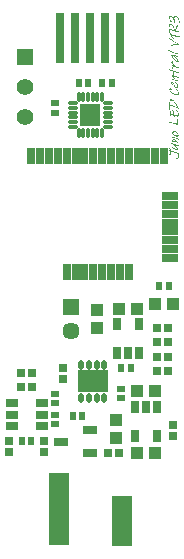
<source format=gts>
G04*
G04 #@! TF.GenerationSoftware,Altium Limited,Altium Designer,18.1.6 (161)*
G04*
G04 Layer_Color=8388736*
%FSLAX24Y24*%
%MOIN*%
G70*
G01*
G75*
%ADD33R,0.0297X0.0297*%
%ADD34R,0.0395X0.0395*%
%ADD35R,0.0297X0.0415*%
%ADD36R,0.0395X0.0395*%
%ADD37R,0.0237X0.0277*%
%ADD38R,0.1025X0.0730*%
%ADD39O,0.0198X0.0316*%
%ADD40R,0.0395X0.0297*%
%ADD41R,0.0671X0.2442*%
%ADD42R,0.0671X0.1655*%
%ADD43R,0.0277X0.0237*%
%ADD44R,0.0297X0.0297*%
%ADD45R,0.0316X0.1655*%
%ADD46O,0.0316X0.0159*%
%ADD47O,0.0159X0.0316*%
%ADD48R,0.0686X0.0749*%
%ADD49R,0.0277X0.0552*%
%ADD50R,0.0552X0.0277*%
%ADD51R,0.0474X0.0316*%
%ADD52C,0.0552*%
%ADD53R,0.0552X0.0552*%
%ADD54R,0.0572X0.0572*%
%ADD55C,0.0572*%
%ADD56C,0.0237*%
G36*
X2676Y17626D02*
X2681Y17625D01*
X2686Y17623D01*
X2687Y17623D01*
X2691Y17621D01*
X2696Y17619D01*
X2702Y17614D01*
X2710Y17609D01*
X2719Y17601D01*
X2723Y17597D01*
X2728Y17592D01*
X2733Y17586D01*
X2739Y17580D01*
X2739Y17579D01*
X2740Y17578D01*
X2742Y17577D01*
X2743Y17574D01*
X2745Y17571D01*
X2748Y17567D01*
X2754Y17559D01*
X2761Y17549D01*
X2768Y17537D01*
X2774Y17526D01*
X2773Y17528D01*
X2772Y17536D01*
Y17536D01*
X2772Y17537D01*
Y17540D01*
X2771Y17543D01*
Y17547D01*
X2770Y17551D01*
Y17566D01*
X2771Y17568D01*
X2772Y17575D01*
X2773Y17583D01*
X2775Y17591D01*
X2779Y17600D01*
X2784Y17608D01*
X2791Y17615D01*
X2792Y17616D01*
X2795Y17618D01*
X2799Y17620D01*
X2806Y17623D01*
X2814Y17625D01*
X2823Y17625D01*
X2829Y17625D01*
X2835Y17624D01*
X2841Y17623D01*
X2847Y17621D01*
X2848D01*
X2850Y17620D01*
X2853Y17619D01*
X2857Y17617D01*
X2861Y17615D01*
X2867Y17612D01*
X2873Y17608D01*
X2879Y17605D01*
X2886Y17600D01*
X2893Y17594D01*
X2901Y17588D01*
X2909Y17581D01*
X2916Y17574D01*
X2923Y17565D01*
X2930Y17556D01*
X2937Y17546D01*
X2938Y17546D01*
X2939Y17543D01*
X2940Y17541D01*
X2942Y17536D01*
X2946Y17531D01*
X2949Y17524D01*
X2953Y17517D01*
X2957Y17508D01*
X2961Y17499D01*
X2965Y17489D01*
X2970Y17477D01*
X2974Y17465D01*
X2978Y17452D01*
X2982Y17439D01*
X2986Y17424D01*
X2989Y17410D01*
Y17409D01*
X2990Y17407D01*
X2990Y17405D01*
Y17402D01*
X2992Y17395D01*
X2992Y17388D01*
Y17386D01*
X2992Y17384D01*
Y17382D01*
X2989Y17377D01*
X2988Y17376D01*
X2986Y17374D01*
X2985Y17374D01*
X2982Y17373D01*
X2978D01*
X2973Y17374D01*
X2972D01*
X2971Y17375D01*
X2969Y17377D01*
X2966Y17380D01*
X2963Y17383D01*
X2960Y17388D01*
X2958Y17395D01*
X2957Y17404D01*
Y17404D01*
X2956Y17406D01*
X2956Y17410D01*
X2955Y17414D01*
X2954Y17421D01*
X2952Y17427D01*
X2951Y17435D01*
X2948Y17443D01*
X2946Y17452D01*
X2944Y17461D01*
X2938Y17481D01*
X2930Y17500D01*
X2921Y17520D01*
X2921Y17520D01*
X2920Y17522D01*
X2918Y17525D01*
X2916Y17528D01*
X2914Y17532D01*
X2910Y17537D01*
X2906Y17542D01*
X2902Y17547D01*
X2892Y17558D01*
X2880Y17568D01*
X2873Y17574D01*
X2865Y17578D01*
X2858Y17582D01*
X2850Y17585D01*
X2849D01*
X2847Y17586D01*
X2845Y17586D01*
X2842Y17587D01*
X2838Y17588D01*
X2834D01*
X2830Y17587D01*
X2825Y17586D01*
X2821Y17585D01*
X2816Y17583D01*
X2812Y17579D01*
X2809Y17575D01*
X2805Y17569D01*
X2803Y17562D01*
X2802Y17554D01*
X2801Y17544D01*
Y17537D01*
X2802Y17532D01*
Y17526D01*
X2802Y17519D01*
X2804Y17505D01*
Y17504D01*
X2805Y17502D01*
X2805Y17498D01*
X2806Y17493D01*
X2808Y17486D01*
X2809Y17478D01*
X2811Y17470D01*
X2813Y17460D01*
Y17459D01*
X2814Y17459D01*
X2814Y17457D01*
X2815Y17455D01*
X2818Y17450D01*
X2821Y17443D01*
X2824Y17437D01*
X2827Y17430D01*
X2829Y17424D01*
X2832Y17419D01*
Y17419D01*
X2832Y17418D01*
X2833Y17416D01*
X2833Y17413D01*
X2835Y17407D01*
X2835Y17401D01*
Y17400D01*
X2835Y17397D01*
X2833Y17394D01*
X2832Y17393D01*
X2829Y17392D01*
X2829D01*
X2828Y17391D01*
X2826D01*
X2821D01*
X2816Y17392D01*
X2815D01*
X2814Y17393D01*
X2812Y17394D01*
X2810Y17396D01*
X2807Y17398D01*
X2804Y17401D01*
X2801Y17405D01*
X2799Y17410D01*
Y17411D01*
X2798Y17413D01*
X2797Y17416D01*
X2796Y17419D01*
X2793Y17428D01*
X2790Y17436D01*
Y17437D01*
X2789Y17439D01*
X2788Y17443D01*
X2786Y17447D01*
X2785Y17452D01*
X2782Y17458D01*
X2777Y17471D01*
Y17471D01*
X2776Y17473D01*
X2775Y17475D01*
X2774Y17478D01*
X2772Y17482D01*
X2769Y17487D01*
X2764Y17498D01*
X2758Y17510D01*
X2751Y17523D01*
X2743Y17536D01*
X2735Y17548D01*
Y17548D01*
X2734Y17549D01*
X2733Y17550D01*
X2731Y17553D01*
X2727Y17558D01*
X2721Y17564D01*
X2715Y17571D01*
X2707Y17577D01*
X2699Y17583D01*
X2695Y17585D01*
X2691Y17586D01*
X2690D01*
X2688Y17587D01*
X2685Y17588D01*
X2681D01*
X2677D01*
X2673Y17588D01*
X2669Y17586D01*
X2667Y17583D01*
X2666Y17582D01*
X2666Y17581D01*
X2665Y17578D01*
X2663Y17575D01*
X2662Y17570D01*
X2661Y17565D01*
X2660Y17558D01*
X2660Y17549D01*
Y17546D01*
X2660Y17543D01*
Y17540D01*
X2661Y17536D01*
X2661Y17531D01*
X2662Y17526D01*
X2665Y17515D01*
X2668Y17502D01*
X2673Y17488D01*
X2680Y17472D01*
Y17472D01*
X2681Y17471D01*
X2683Y17469D01*
X2684Y17466D01*
X2689Y17459D01*
X2693Y17452D01*
Y17452D01*
X2695Y17451D01*
X2697Y17447D01*
X2701Y17443D01*
X2704Y17440D01*
X2704Y17440D01*
X2705Y17439D01*
X2707Y17437D01*
X2708Y17435D01*
X2711Y17429D01*
X2712Y17425D01*
X2713Y17422D01*
Y17421D01*
X2712Y17419D01*
X2711Y17416D01*
X2710Y17413D01*
X2708Y17410D01*
X2705Y17408D01*
X2701Y17407D01*
X2698D01*
X2695Y17408D01*
X2695D01*
X2693Y17410D01*
X2691Y17411D01*
X2688Y17413D01*
X2684Y17417D01*
X2679Y17422D01*
X2674Y17429D01*
X2668Y17437D01*
Y17438D01*
X2667Y17439D01*
X2666Y17440D01*
X2665Y17442D01*
X2662Y17447D01*
X2658Y17455D01*
X2653Y17464D01*
X2648Y17474D01*
X2643Y17485D01*
X2638Y17498D01*
Y17499D01*
X2638Y17500D01*
X2637Y17501D01*
X2636Y17504D01*
X2636Y17507D01*
X2634Y17511D01*
X2632Y17520D01*
X2630Y17531D01*
X2628Y17543D01*
X2626Y17555D01*
X2626Y17568D01*
Y17574D01*
X2626Y17580D01*
X2628Y17588D01*
X2630Y17596D01*
X2632Y17604D01*
X2636Y17612D01*
X2642Y17618D01*
X2642Y17619D01*
X2644Y17620D01*
X2648Y17623D01*
X2653Y17624D01*
X2659Y17626D01*
X2667Y17626D01*
X2676Y17626D01*
D02*
G37*
G36*
X2678Y17359D02*
X2687Y17357D01*
X2687D01*
X2688Y17357D01*
X2690Y17356D01*
X2692Y17355D01*
X2698Y17353D01*
X2705Y17349D01*
X2714Y17344D01*
X2722Y17338D01*
X2732Y17330D01*
X2740Y17321D01*
Y17321D01*
X2742Y17320D01*
X2744Y17317D01*
X2748Y17311D01*
X2754Y17304D01*
X2759Y17295D01*
X2766Y17286D01*
X2772Y17274D01*
X2778Y17262D01*
Y17262D01*
X2779Y17261D01*
X2780Y17259D01*
X2781Y17256D01*
X2782Y17253D01*
X2784Y17249D01*
X2786Y17244D01*
X2788Y17239D01*
X2791Y17233D01*
X2794Y17226D01*
X2797Y17218D01*
X2800Y17211D01*
X2803Y17203D01*
X2806Y17193D01*
X2814Y17174D01*
Y17174D01*
X2815Y17172D01*
X2816Y17169D01*
X2817Y17166D01*
X2819Y17162D01*
X2820Y17157D01*
X2824Y17147D01*
Y17146D01*
X2824Y17145D01*
X2826Y17143D01*
X2826Y17140D01*
X2827Y17137D01*
X2828Y17140D01*
X2829Y17144D01*
X2831Y17149D01*
X2832Y17154D01*
X2833Y17160D01*
X2837Y17174D01*
X2841Y17188D01*
X2846Y17204D01*
X2851Y17221D01*
X2855Y17231D01*
Y17232D01*
X2855Y17233D01*
X2856Y17235D01*
X2857Y17238D01*
X2858Y17242D01*
X2860Y17246D01*
X2863Y17256D01*
X2867Y17267D01*
X2871Y17278D01*
X2875Y17289D01*
X2879Y17298D01*
X2880Y17299D01*
X2881Y17302D01*
X2882Y17305D01*
X2885Y17309D01*
X2887Y17313D01*
X2891Y17316D01*
X2893Y17318D01*
X2895Y17318D01*
X2897Y17318D01*
X2897D01*
X2898Y17317D01*
X2899Y17317D01*
X2901Y17316D01*
X2904Y17314D01*
X2907Y17312D01*
X2910Y17310D01*
X2914Y17306D01*
X2914Y17306D01*
X2915Y17305D01*
X2917Y17303D01*
X2918Y17301D01*
X2922Y17295D01*
X2923Y17293D01*
X2923Y17289D01*
Y17286D01*
X2923Y17283D01*
X2922Y17280D01*
X2921Y17279D01*
X2920Y17277D01*
X2917Y17273D01*
X2914Y17268D01*
X2913Y17267D01*
X2911Y17263D01*
X2907Y17258D01*
X2904Y17251D01*
X2899Y17242D01*
X2893Y17231D01*
X2887Y17218D01*
X2881Y17204D01*
X2881Y17203D01*
X2880Y17200D01*
X2879Y17197D01*
X2877Y17191D01*
X2875Y17185D01*
X2872Y17178D01*
X2869Y17169D01*
X2867Y17160D01*
X2866Y17158D01*
X2865Y17156D01*
X2864Y17151D01*
X2862Y17146D01*
X2859Y17134D01*
X2857Y17129D01*
X2856Y17125D01*
X2911Y17109D01*
X2911D01*
X2913Y17108D01*
X2915Y17108D01*
X2918Y17107D01*
X2924Y17105D01*
X2932Y17105D01*
X2932D01*
X2933D01*
X2936D01*
X2940Y17104D01*
X2942Y17104D01*
X2943D01*
X2944Y17103D01*
X2947Y17102D01*
X2951Y17098D01*
X2953Y17096D01*
X2954Y17092D01*
Y17092D01*
X2955Y17091D01*
X2956Y17090D01*
X2957Y17087D01*
X2959Y17083D01*
X2959Y17077D01*
Y17075D01*
X2959Y17074D01*
X2958Y17072D01*
X2956Y17070D01*
X2953Y17069D01*
X2950Y17068D01*
X2945D01*
X2944D01*
X2941Y17069D01*
X2940D01*
X2937Y17069D01*
X2936D01*
X2936Y17070D01*
X2934D01*
X2932Y17071D01*
X2929Y17072D01*
X2925Y17073D01*
X2921Y17074D01*
X2916Y17076D01*
X2915D01*
X2914Y17077D01*
X2911Y17078D01*
X2908Y17079D01*
X2903Y17080D01*
X2897Y17082D01*
X2889Y17084D01*
X2879Y17087D01*
X2879D01*
X2877Y17087D01*
X2875Y17088D01*
X2873Y17089D01*
X2867Y17091D01*
X2859Y17092D01*
X2859D01*
X2858Y17093D01*
X2856Y17093D01*
X2854Y17094D01*
X2850Y17096D01*
X2845Y17097D01*
X2845D01*
X2844Y17096D01*
X2843Y17095D01*
X2843D01*
X2841Y17095D01*
X2839Y17094D01*
X2837Y17093D01*
X2835D01*
X2833D01*
X2831D01*
X2827Y17094D01*
X2826D01*
X2824Y17095D01*
X2821Y17095D01*
X2819Y17096D01*
X2817Y17096D01*
X2816Y17097D01*
X2814Y17098D01*
X2811Y17101D01*
X2811Y17101D01*
X2810Y17103D01*
X2807Y17107D01*
X2806D01*
X2806Y17108D01*
X2804Y17108D01*
X2802Y17109D01*
X2796Y17110D01*
X2789Y17113D01*
X2780Y17116D01*
X2770Y17119D01*
X2759Y17122D01*
X2748Y17126D01*
X2725Y17133D01*
X2714Y17137D01*
X2704Y17140D01*
X2695Y17143D01*
X2686Y17146D01*
X2680Y17148D01*
X2678Y17149D01*
X2676Y17149D01*
X2675D01*
X2673Y17150D01*
X2671Y17151D01*
X2667Y17152D01*
X2662Y17154D01*
X2658Y17155D01*
X2648Y17159D01*
X2648D01*
X2646Y17160D01*
X2644Y17161D01*
X2642Y17161D01*
X2640Y17162D01*
X2638Y17163D01*
X2637Y17163D01*
X2637Y17162D01*
X2638Y17160D01*
X2638Y17156D01*
X2639Y17151D01*
Y17149D01*
X2639Y17146D01*
X2640Y17143D01*
X2641Y17136D01*
X2642Y17132D01*
X2642Y17129D01*
Y17129D01*
X2643Y17128D01*
Y17126D01*
X2643Y17124D01*
X2645Y17118D01*
X2647Y17111D01*
X2649Y17103D01*
X2651Y17094D01*
X2653Y17086D01*
X2656Y17079D01*
Y17078D01*
X2657Y17076D01*
X2658Y17073D01*
X2660Y17068D01*
X2662Y17063D01*
X2664Y17057D01*
X2669Y17045D01*
X2670Y17044D01*
X2671Y17042D01*
X2673Y17038D01*
X2674Y17034D01*
Y17033D01*
X2675Y17031D01*
X2675Y17028D01*
X2676Y17024D01*
Y17023D01*
X2675Y17021D01*
X2674Y17018D01*
X2671Y17016D01*
X2674Y17014D01*
X2679Y17009D01*
X2680D01*
X2681D01*
X2683Y17008D01*
X2686Y17008D01*
X2692Y17006D01*
X2701Y17004D01*
X2701D01*
X2702Y17003D01*
X2704Y17003D01*
X2706Y17002D01*
X2709Y17001D01*
X2713Y17000D01*
X2718Y16999D01*
X2724Y16997D01*
X2731Y16995D01*
X2738Y16994D01*
X2747Y16991D01*
X2757Y16988D01*
X2768Y16985D01*
X2779Y16982D01*
X2792Y16979D01*
X2806Y16975D01*
X2808D01*
X2810Y16974D01*
X2814Y16973D01*
X2819Y16972D01*
X2826Y16970D01*
X2833Y16968D01*
X2840Y16966D01*
X2849Y16964D01*
X2866Y16960D01*
X2883Y16955D01*
X2891Y16954D01*
X2898Y16952D01*
X2905Y16950D01*
X2910Y16949D01*
X2911D01*
X2912Y16949D01*
X2915D01*
X2918Y16948D01*
X2923Y16948D01*
X2929Y16947D01*
X2936Y16946D01*
X2944Y16945D01*
X2945D01*
X2947D01*
X2952Y16944D01*
X2957Y16944D01*
X2958D01*
X2959D01*
X2962Y16943D01*
X2965Y16943D01*
X2967Y16942D01*
X2968Y16942D01*
X2969D01*
X2969Y16941D01*
X2972Y16939D01*
X2975Y16938D01*
X2977Y16936D01*
X2979Y16933D01*
X2981Y16930D01*
Y16929D01*
X2982Y16928D01*
X2983Y16926D01*
X2984Y16924D01*
X2986Y16918D01*
X2987Y16915D01*
X2987Y16912D01*
Y16911D01*
X2986Y16908D01*
X2984Y16906D01*
X2983Y16905D01*
X2980Y16904D01*
X2977Y16903D01*
X2976D01*
X2975D01*
X2973Y16902D01*
X2970D01*
X2967D01*
X2963D01*
X2954Y16903D01*
X2954D01*
X2952Y16904D01*
X2950Y16905D01*
X2945Y16905D01*
X2940Y16906D01*
X2934Y16908D01*
X2926Y16909D01*
X2917Y16911D01*
X2907Y16913D01*
X2896Y16916D01*
X2883Y16919D01*
X2870Y16923D01*
X2855Y16926D01*
X2839Y16931D01*
X2821Y16936D01*
X2802Y16941D01*
X2708Y16967D01*
X2708Y16967D01*
X2709Y16966D01*
X2711Y16963D01*
X2714Y16960D01*
X2716Y16956D01*
X2720Y16952D01*
X2724Y16947D01*
X2728Y16941D01*
X2733Y16935D01*
X2738Y16927D01*
X2748Y16912D01*
X2758Y16896D01*
X2768Y16878D01*
X2769Y16877D01*
X2769Y16876D01*
X2770Y16873D01*
X2772Y16870D01*
X2774Y16864D01*
X2775Y16861D01*
X2775Y16859D01*
Y16858D01*
X2775Y16855D01*
X2774Y16852D01*
X2771Y16849D01*
X2770Y16848D01*
X2768Y16848D01*
X2765Y16847D01*
X2762Y16848D01*
X2761D01*
X2760Y16848D01*
X2758Y16849D01*
X2757Y16851D01*
X2754Y16854D01*
X2751Y16857D01*
X2749Y16861D01*
X2745Y16867D01*
Y16867D01*
X2745Y16868D01*
X2744Y16870D01*
X2743Y16872D01*
X2739Y16877D01*
X2736Y16884D01*
X2731Y16892D01*
X2725Y16901D01*
X2713Y16920D01*
Y16920D01*
X2712Y16921D01*
X2709Y16924D01*
X2706Y16929D01*
X2701Y16936D01*
X2696Y16944D01*
X2689Y16953D01*
X2682Y16963D01*
X2674Y16973D01*
X2671Y16977D01*
X2665Y16979D01*
X2661Y16980D01*
X2660Y16981D01*
X2657Y16982D01*
X2655Y16984D01*
X2653Y16986D01*
X2653Y16986D01*
X2652Y16988D01*
X2651Y16989D01*
X2651Y16991D01*
Y16991D01*
X2650Y16993D01*
X2650Y16996D01*
Y17003D01*
X2650Y17005D01*
X2651Y17010D01*
X2654Y17015D01*
Y17016D01*
X2654Y17016D01*
X2656Y17018D01*
X2655Y17019D01*
X2652Y17022D01*
X2648Y17027D01*
X2646Y17030D01*
X2644Y17034D01*
X2642Y17038D01*
X2639Y17043D01*
X2637Y17049D01*
X2635Y17055D01*
Y17056D01*
X2634Y17057D01*
X2634Y17059D01*
X2633Y17061D01*
X2632Y17065D01*
X2631Y17069D01*
X2630Y17073D01*
X2628Y17078D01*
X2625Y17089D01*
X2621Y17102D01*
X2618Y17115D01*
X2615Y17129D01*
Y17131D01*
X2615Y17133D01*
X2614Y17138D01*
X2613Y17144D01*
X2612Y17151D01*
X2610Y17161D01*
X2609Y17170D01*
X2608Y17182D01*
Y17184D01*
X2608Y17185D01*
Y17187D01*
X2607Y17193D01*
X2607Y17202D01*
X2606Y17210D01*
X2606Y17220D01*
X2605Y17230D01*
Y17248D01*
X2606Y17252D01*
Y17256D01*
X2606Y17267D01*
X2608Y17279D01*
X2609Y17291D01*
X2612Y17303D01*
X2615Y17315D01*
Y17315D01*
X2616Y17316D01*
X2616Y17317D01*
X2617Y17319D01*
X2620Y17324D01*
X2622Y17330D01*
X2627Y17338D01*
X2632Y17344D01*
X2638Y17350D01*
X2644Y17354D01*
X2645Y17355D01*
X2648Y17356D01*
X2651Y17358D01*
X2656Y17359D01*
X2663Y17360D01*
X2670Y17360D01*
X2678Y17359D01*
D02*
G37*
G36*
X2647Y16887D02*
X2649Y16885D01*
X2650Y16883D01*
X2652Y16881D01*
X2654Y16878D01*
X2657Y16875D01*
X2657Y16875D01*
X2658Y16873D01*
X2660Y16871D01*
X2661Y16869D01*
X2667Y16862D01*
X2674Y16856D01*
X2675Y16855D01*
X2677Y16854D01*
X2679Y16852D01*
X2683Y16849D01*
X2688Y16846D01*
X2693Y16842D01*
X2701Y16837D01*
X2708Y16832D01*
X2709Y16832D01*
X2712Y16830D01*
X2717Y16826D01*
X2725Y16822D01*
X2733Y16816D01*
X2745Y16809D01*
X2758Y16801D01*
X2774Y16791D01*
X2822Y16761D01*
X2823Y16761D01*
X2826Y16759D01*
X2829Y16757D01*
X2835Y16753D01*
X2842Y16749D01*
X2850Y16745D01*
X2858Y16740D01*
X2868Y16734D01*
X2887Y16723D01*
X2906Y16711D01*
X2916Y16706D01*
X2925Y16701D01*
X2933Y16696D01*
X2940Y16693D01*
X2941D01*
X2941Y16692D01*
X2945Y16689D01*
X2950Y16685D01*
X2955Y16678D01*
Y16678D01*
X2956Y16677D01*
X2957Y16675D01*
X2958Y16672D01*
X2959Y16669D01*
X2960Y16665D01*
X2961Y16660D01*
X2962Y16655D01*
X2961Y16654D01*
X2959Y16653D01*
X2956Y16652D01*
X2954Y16651D01*
X2951Y16650D01*
X2948Y16650D01*
X2944Y16648D01*
X2939Y16648D01*
X2933Y16647D01*
X2927Y16646D01*
X2920Y16646D01*
X2919D01*
X2917D01*
X2915Y16645D01*
X2912D01*
X2907Y16645D01*
X2903D01*
X2897Y16644D01*
X2890Y16644D01*
X2882Y16643D01*
X2874Y16642D01*
X2865Y16641D01*
X2856Y16641D01*
X2845Y16640D01*
X2834Y16639D01*
X2822Y16639D01*
X2810Y16638D01*
X2810D01*
X2809D01*
X2807Y16637D01*
X2804D01*
X2802Y16636D01*
X2798Y16636D01*
X2789Y16635D01*
X2779Y16633D01*
X2767Y16632D01*
X2755Y16629D01*
X2743Y16627D01*
X2742D01*
X2741D01*
X2739Y16627D01*
X2737Y16626D01*
X2732Y16625D01*
X2725Y16624D01*
X2719Y16622D01*
X2712Y16621D01*
X2707Y16620D01*
X2705Y16618D01*
X2704Y16618D01*
X2704Y16617D01*
X2703Y16617D01*
X2702Y16616D01*
X2699Y16615D01*
X2697Y16614D01*
X2694Y16614D01*
X2691D01*
X2687Y16614D01*
X2686Y16615D01*
X2684Y16616D01*
X2683Y16617D01*
X2680Y16620D01*
X2678Y16622D01*
X2676Y16626D01*
X2675Y16626D01*
X2675Y16627D01*
X2674Y16629D01*
X2672Y16632D01*
X2670Y16638D01*
X2669Y16641D01*
X2669Y16645D01*
Y16648D01*
X2670Y16651D01*
X2671Y16652D01*
X2672Y16653D01*
X2673Y16653D01*
X2675Y16655D01*
X2679Y16656D01*
X2679D01*
X2680Y16657D01*
X2683Y16657D01*
X2687Y16658D01*
X2692Y16659D01*
X2699Y16660D01*
X2708Y16662D01*
X2719Y16663D01*
X2719D01*
X2720D01*
X2721Y16664D01*
X2724D01*
X2727Y16664D01*
X2730Y16665D01*
X2738Y16666D01*
X2748Y16666D01*
X2758Y16668D01*
X2770Y16669D01*
X2782Y16670D01*
X2882Y16675D01*
X2882D01*
X2883D01*
X2885Y16675D01*
X2888D01*
X2894Y16676D01*
X2901Y16677D01*
X2908D01*
X2915D01*
X2917Y16676D01*
X2916Y16677D01*
X2911Y16679D01*
X2905Y16682D01*
X2901Y16684D01*
X2897Y16687D01*
X2891Y16690D01*
X2886Y16693D01*
X2885D01*
X2884Y16694D01*
X2882Y16695D01*
X2880Y16696D01*
X2877Y16699D01*
X2873Y16701D01*
X2869Y16703D01*
X2864Y16706D01*
X2853Y16712D01*
X2840Y16720D01*
X2826Y16729D01*
X2810Y16738D01*
X2809Y16739D01*
X2807Y16740D01*
X2804Y16741D01*
X2799Y16744D01*
X2794Y16747D01*
X2788Y16751D01*
X2782Y16755D01*
X2775Y16759D01*
X2760Y16769D01*
X2744Y16778D01*
X2728Y16788D01*
X2721Y16792D01*
X2714Y16796D01*
X2714D01*
X2713Y16798D01*
X2711Y16799D01*
X2709Y16800D01*
X2702Y16804D01*
X2695Y16810D01*
X2685Y16815D01*
X2676Y16822D01*
X2667Y16828D01*
X2659Y16834D01*
X2657Y16835D01*
X2655Y16837D01*
X2652Y16839D01*
X2648Y16843D01*
X2639Y16850D01*
X2636Y16854D01*
X2632Y16858D01*
X2632Y16858D01*
X2631Y16859D01*
X2630Y16861D01*
X2628Y16864D01*
X2626Y16870D01*
X2625Y16873D01*
X2625Y16877D01*
Y16878D01*
X2626Y16879D01*
X2627Y16881D01*
X2628Y16882D01*
X2631Y16884D01*
X2634Y16885D01*
X2634D01*
X2636Y16885D01*
X2639Y16887D01*
X2643Y16887D01*
X2646D01*
X2647Y16887D01*
D02*
G37*
G36*
X2604Y16481D02*
X2610Y16480D01*
X2618Y16477D01*
X2618D01*
X2619Y16476D01*
X2620Y16476D01*
X2621D01*
X2622Y16475D01*
X2625Y16474D01*
X2629Y16473D01*
X2630D01*
X2631Y16472D01*
X2632Y16472D01*
X2634Y16470D01*
X2638Y16469D01*
X2641Y16468D01*
X2645Y16466D01*
X2650Y16464D01*
X2661Y16460D01*
X2674Y16455D01*
X2689Y16449D01*
X2705Y16443D01*
X2723Y16436D01*
X2742Y16428D01*
X2762Y16421D01*
X2782Y16414D01*
X2804Y16405D01*
X2825Y16398D01*
X2869Y16383D01*
X2870D01*
X2872Y16382D01*
X2875Y16381D01*
X2879Y16380D01*
X2883Y16379D01*
X2888Y16379D01*
X2894D01*
X2900D01*
X2901D01*
X2903D01*
X2906Y16379D01*
X2909D01*
X2912D01*
X2915D01*
X2917D01*
X2918D01*
X2919D01*
X2920Y16379D01*
X2923Y16377D01*
X2927Y16373D01*
X2929Y16371D01*
X2930Y16367D01*
Y16367D01*
X2931Y16366D01*
X2932Y16364D01*
X2932Y16362D01*
X2933Y16356D01*
X2934Y16350D01*
Y16348D01*
X2933Y16347D01*
X2932Y16345D01*
X2930Y16343D01*
X2928Y16342D01*
X2924Y16341D01*
X2919Y16340D01*
X2918D01*
X2916D01*
X2912Y16341D01*
X2907Y16341D01*
X2901Y16342D01*
X2894Y16344D01*
X2885Y16346D01*
X2875Y16349D01*
X2875D01*
X2873Y16350D01*
X2870Y16351D01*
X2866Y16353D01*
X2861Y16354D01*
X2855Y16356D01*
X2847Y16359D01*
X2839Y16362D01*
X2831Y16365D01*
X2821Y16368D01*
X2810Y16372D01*
X2799Y16376D01*
X2787Y16380D01*
X2775Y16385D01*
X2762Y16389D01*
X2748Y16394D01*
X2747Y16395D01*
X2745Y16395D01*
X2741Y16397D01*
X2736Y16398D01*
X2729Y16401D01*
X2722Y16403D01*
X2714Y16406D01*
X2706Y16409D01*
X2687Y16416D01*
X2669Y16422D01*
X2651Y16429D01*
X2643Y16432D01*
X2635Y16435D01*
X2634D01*
X2633Y16436D01*
X2630Y16437D01*
X2626Y16439D01*
X2622Y16441D01*
X2618Y16443D01*
X2608Y16450D01*
X2607Y16450D01*
X2606Y16451D01*
X2603Y16454D01*
X2601Y16456D01*
X2598Y16460D01*
X2596Y16464D01*
X2595Y16469D01*
X2594Y16474D01*
Y16475D01*
X2595Y16478D01*
X2597Y16480D01*
X2598Y16481D01*
X2600D01*
X2601D01*
X2603D01*
X2604Y16481D01*
D02*
G37*
G36*
X2738Y16326D02*
X2743Y16325D01*
X2743D01*
X2745Y16324D01*
X2748Y16322D01*
X2751Y16321D01*
X2759Y16316D01*
X2762Y16313D01*
X2766Y16309D01*
X2763Y16312D01*
Y16314D01*
X2764Y16315D01*
X2766Y16317D01*
X2768Y16318D01*
X2770Y16319D01*
X2775D01*
X2780Y16318D01*
X2781D01*
X2782Y16318D01*
X2784Y16317D01*
X2787Y16316D01*
X2791Y16315D01*
X2796Y16313D01*
X2803Y16311D01*
X2811Y16309D01*
X2812Y16308D01*
X2815Y16308D01*
X2819Y16306D01*
X2824Y16304D01*
X2830Y16303D01*
X2837Y16301D01*
X2843Y16299D01*
X2849Y16297D01*
X2849D01*
X2851Y16296D01*
X2854Y16295D01*
X2858Y16294D01*
X2863Y16292D01*
X2868Y16291D01*
X2879Y16288D01*
X2879D01*
X2881Y16287D01*
X2883Y16286D01*
X2887Y16285D01*
X2894Y16283D01*
X2897Y16282D01*
X2900Y16281D01*
X2901D01*
X2902D01*
X2904Y16282D01*
X2907Y16283D01*
X2907Y16283D01*
X2909Y16284D01*
X2911Y16284D01*
X2914Y16284D01*
X2915D01*
X2915Y16283D01*
X2918Y16282D01*
X2924Y16278D01*
X2927Y16276D01*
X2930Y16272D01*
X2930Y16272D01*
X2931Y16271D01*
X2933Y16269D01*
X2934Y16267D01*
X2937Y16262D01*
X2938Y16259D01*
X2939Y16256D01*
Y16255D01*
X2938Y16253D01*
X2937Y16250D01*
X2936Y16248D01*
X2934Y16246D01*
X2931Y16245D01*
X2927Y16244D01*
X2927D01*
X2925D01*
X2923D01*
X2920D01*
X2916Y16244D01*
X2911Y16245D01*
X2906Y16246D01*
X2901Y16248D01*
X2901D01*
X2899Y16249D01*
X2897Y16249D01*
X2895Y16250D01*
X2892Y16251D01*
X2889Y16252D01*
X2885Y16254D01*
X2880Y16255D01*
X2875Y16258D01*
X2868Y16260D01*
X2861Y16262D01*
X2853Y16265D01*
X2844Y16268D01*
X2834Y16272D01*
X2816Y16278D01*
X2816D01*
X2815Y16279D01*
X2812Y16280D01*
X2809Y16282D01*
X2807Y16282D01*
X2806Y16283D01*
X2806Y16282D01*
X2808Y16282D01*
X2809Y16280D01*
X2811Y16278D01*
X2818Y16272D01*
X2826Y16265D01*
X2835Y16256D01*
X2845Y16247D01*
X2855Y16236D01*
X2865Y16226D01*
X2866Y16225D01*
X2867Y16225D01*
X2868Y16223D01*
X2870Y16221D01*
X2875Y16215D01*
X2882Y16207D01*
X2889Y16198D01*
X2898Y16187D01*
X2907Y16175D01*
X2916Y16161D01*
Y16160D01*
X2917Y16159D01*
X2918Y16157D01*
X2920Y16155D01*
X2921Y16152D01*
X2923Y16148D01*
X2927Y16138D01*
X2932Y16128D01*
X2935Y16116D01*
X2938Y16104D01*
X2939Y16098D01*
X2939Y16092D01*
Y16089D01*
X2939Y16086D01*
X2938Y16082D01*
X2936Y16078D01*
X2935Y16074D01*
X2932Y16071D01*
X2929Y16068D01*
X2928D01*
X2927Y16068D01*
X2924Y16066D01*
X2922Y16066D01*
X2917D01*
X2913D01*
X2907Y16067D01*
X2901Y16069D01*
X2900Y16069D01*
X2898Y16070D01*
X2893Y16072D01*
X2887Y16076D01*
X2880Y16080D01*
X2871Y16086D01*
X2861Y16094D01*
X2849Y16104D01*
X2849Y16104D01*
X2847Y16105D01*
X2846Y16106D01*
X2843Y16108D01*
X2840Y16111D01*
X2837Y16114D01*
X2828Y16123D01*
X2818Y16132D01*
X2806Y16143D01*
X2794Y16156D01*
X2782Y16170D01*
X2781Y16170D01*
X2780Y16171D01*
X2779Y16173D01*
X2776Y16176D01*
X2773Y16179D01*
X2770Y16183D01*
X2762Y16193D01*
X2754Y16204D01*
X2744Y16216D01*
X2735Y16229D01*
X2726Y16242D01*
X2726Y16243D01*
X2724Y16246D01*
X2721Y16249D01*
X2719Y16255D01*
X2715Y16260D01*
X2712Y16266D01*
X2709Y16272D01*
X2707Y16277D01*
Y16278D01*
X2706Y16279D01*
X2705Y16282D01*
X2704Y16285D01*
X2703Y16292D01*
X2702Y16300D01*
Y16303D01*
X2702Y16305D01*
X2704Y16310D01*
X2707Y16315D01*
Y16316D01*
X2708Y16316D01*
X2711Y16319D01*
X2715Y16322D01*
X2721Y16325D01*
X2722D01*
X2723Y16326D01*
X2725Y16326D01*
X2727D01*
X2731D01*
X2734D01*
X2738Y16326D01*
D02*
G37*
G36*
X2732Y16107D02*
X2735Y16107D01*
X2736Y16106D01*
X2739Y16105D01*
X2741Y16103D01*
X2743Y16101D01*
X2745Y16098D01*
X2748Y16095D01*
Y16094D01*
X2749Y16093D01*
X2750Y16092D01*
X2751Y16089D01*
X2754Y16084D01*
X2754Y16082D01*
X2755Y16080D01*
Y16078D01*
X2754Y16076D01*
X2753Y16074D01*
X2751Y16071D01*
X2751Y16071D01*
X2749Y16070D01*
X2746Y16068D01*
X2742Y16066D01*
X2742D01*
X2739Y16065D01*
X2738Y16064D01*
X2736Y16062D01*
X2735Y16061D01*
X2734Y16059D01*
X2733Y16057D01*
X2733Y16054D01*
Y16053D01*
X2733Y16052D01*
X2734Y16049D01*
X2737Y16045D01*
X2741Y16039D01*
X2744Y16035D01*
X2748Y16031D01*
X2751Y16027D01*
X2756Y16021D01*
X2761Y16016D01*
X2767Y16010D01*
X2768Y16009D01*
X2769Y16008D01*
X2770Y16006D01*
X2773Y16004D01*
X2776Y16000D01*
X2781Y15997D01*
X2785Y15993D01*
X2791Y15988D01*
X2797Y15982D01*
X2803Y15977D01*
X2810Y15971D01*
X2819Y15964D01*
X2835Y15951D01*
X2855Y15936D01*
X2855D01*
X2856Y15936D01*
X2858Y15935D01*
X2861Y15934D01*
X2864Y15933D01*
X2869Y15932D01*
X2874Y15930D01*
X2880Y15929D01*
X2881D01*
X2883Y15928D01*
X2886Y15927D01*
X2889Y15927D01*
X2897Y15924D01*
X2901Y15923D01*
X2904Y15922D01*
X2924Y15917D01*
X2924D01*
X2925Y15917D01*
X2928Y15915D01*
X2933Y15912D01*
X2938Y15909D01*
X2939Y15908D01*
X2941Y15904D01*
X2943Y15899D01*
X2944Y15896D01*
X2944Y15892D01*
Y15892D01*
X2944Y15891D01*
X2943Y15888D01*
X2941Y15887D01*
X2939Y15885D01*
X2934Y15884D01*
X2929D01*
X2921Y15885D01*
X2921D01*
X2920Y15886D01*
X2917Y15886D01*
X2911Y15888D01*
X2904Y15890D01*
X2895Y15892D01*
X2884Y15896D01*
X2871Y15899D01*
X2857Y15904D01*
X2856D01*
X2855Y15905D01*
X2852Y15905D01*
X2850Y15906D01*
X2845Y15908D01*
X2840Y15909D01*
X2834Y15911D01*
X2828Y15913D01*
X2827Y15914D01*
X2824Y15914D01*
X2820Y15916D01*
X2815Y15917D01*
X2808Y15920D01*
X2800Y15922D01*
X2791Y15925D01*
X2781Y15928D01*
X2781D01*
X2780Y15928D01*
X2778Y15929D01*
X2775Y15930D01*
X2772Y15931D01*
X2768Y15932D01*
X2759Y15935D01*
X2750Y15938D01*
X2740Y15941D01*
X2732Y15944D01*
X2724Y15946D01*
X2723D01*
X2722Y15947D01*
X2719Y15949D01*
X2716Y15951D01*
X2714Y15954D01*
X2711Y15958D01*
X2709Y15963D01*
X2709Y15969D01*
Y15971D01*
X2710Y15975D01*
X2711Y15977D01*
X2713Y15979D01*
X2715Y15980D01*
X2717D01*
X2718D01*
X2719D01*
X2721Y15980D01*
X2724Y15979D01*
X2728Y15978D01*
X2733Y15977D01*
X2739Y15975D01*
X2746Y15973D01*
X2814Y15950D01*
X2812Y15951D01*
X2810Y15952D01*
X2803Y15956D01*
X2796Y15960D01*
X2786Y15966D01*
X2776Y15973D01*
X2766Y15981D01*
X2756Y15991D01*
X2755Y15991D01*
X2755Y15992D01*
X2751Y15995D01*
X2746Y16000D01*
X2740Y16006D01*
X2734Y16013D01*
X2727Y16021D01*
X2721Y16029D01*
X2715Y16037D01*
X2714Y16039D01*
X2713Y16041D01*
X2710Y16045D01*
X2707Y16050D01*
X2705Y16056D01*
X2702Y16062D01*
X2701Y16068D01*
X2700Y16074D01*
Y16078D01*
X2701Y16081D01*
X2702Y16087D01*
X2705Y16094D01*
Y16094D01*
X2707Y16095D01*
X2709Y16099D01*
X2713Y16102D01*
X2719Y16106D01*
X2719D01*
X2720Y16106D01*
X2722Y16107D01*
X2723Y16107D01*
X2729Y16108D01*
X2732Y16107D01*
D02*
G37*
G36*
X2738Y15917D02*
X2739D01*
X2740Y15916D01*
X2742Y15915D01*
X2744Y15914D01*
X2746Y15912D01*
X2749Y15909D01*
X2752Y15906D01*
X2754Y15903D01*
Y15902D01*
X2755Y15901D01*
X2756Y15898D01*
X2757Y15896D01*
X2758Y15891D01*
X2760Y15886D01*
X2761Y15880D01*
X2762Y15874D01*
Y15873D01*
X2762Y15871D01*
Y15869D01*
X2763Y15867D01*
X2763Y15863D01*
X2764Y15859D01*
X2766Y15850D01*
X2767Y15840D01*
X2768Y15831D01*
X2769Y15827D01*
X2769Y15823D01*
Y15820D01*
X2770Y15818D01*
X2774Y15795D01*
X2775Y15794D01*
X2778Y15793D01*
X2783Y15792D01*
X2789Y15790D01*
X2796Y15787D01*
X2804Y15785D01*
X2813Y15782D01*
X2822Y15779D01*
X2823Y15778D01*
X2827Y15778D01*
X2831Y15776D01*
X2838Y15774D01*
X2844Y15772D01*
X2852Y15770D01*
X2868Y15766D01*
X2868D01*
X2869Y15765D01*
X2872Y15764D01*
X2877Y15763D01*
X2883Y15762D01*
X2889Y15761D01*
X2896Y15760D01*
X2903Y15758D01*
X2909Y15758D01*
X2909D01*
X2911D01*
X2913D01*
X2916D01*
X2922D01*
X2924Y15757D01*
X2925D01*
X2926D01*
X2926Y15757D01*
X2929Y15755D01*
X2932Y15754D01*
X2934Y15751D01*
X2935Y15749D01*
X2938Y15745D01*
Y15745D01*
X2938Y15744D01*
X2939Y15742D01*
X2940Y15740D01*
X2942Y15735D01*
X2942Y15730D01*
Y15729D01*
X2942Y15727D01*
X2941Y15725D01*
X2940Y15723D01*
X2939Y15722D01*
X2938Y15722D01*
X2936Y15721D01*
X2933Y15721D01*
X2933D01*
X2932D01*
X2930D01*
X2927D01*
X2924D01*
X2920Y15721D01*
X2915Y15722D01*
X2909Y15723D01*
X2907D01*
X2905Y15724D01*
X2901Y15725D01*
X2897Y15726D01*
X2891Y15727D01*
X2884Y15729D01*
X2876Y15731D01*
X2868Y15733D01*
X2867D01*
X2865Y15734D01*
X2861Y15735D01*
X2856Y15737D01*
X2849Y15738D01*
X2841Y15740D01*
X2833Y15743D01*
X2823Y15746D01*
X2823D01*
X2822Y15746D01*
X2819Y15748D01*
X2814Y15749D01*
X2808Y15751D01*
X2801Y15753D01*
X2794Y15756D01*
X2786Y15758D01*
X2779Y15761D01*
Y15760D01*
X2779Y15757D01*
X2780Y15752D01*
X2781Y15746D01*
X2783Y15738D01*
X2785Y15730D01*
X2787Y15720D01*
X2789Y15709D01*
Y15708D01*
X2790Y15705D01*
X2791Y15701D01*
X2792Y15695D01*
X2793Y15690D01*
X2793Y15684D01*
X2794Y15680D01*
Y15676D01*
X2794Y15673D01*
X2793Y15669D01*
X2790Y15665D01*
X2789Y15665D01*
X2787Y15663D01*
X2782Y15662D01*
X2780D01*
X2777Y15663D01*
X2776D01*
X2775Y15663D01*
X2772Y15665D01*
X2768Y15668D01*
X2767Y15671D01*
X2766Y15673D01*
Y15673D01*
X2765Y15674D01*
X2764Y15675D01*
X2764Y15678D01*
X2763Y15683D01*
X2763Y15691D01*
Y15694D01*
X2762Y15696D01*
Y15698D01*
X2762Y15702D01*
X2761Y15706D01*
X2761Y15710D01*
Y15711D01*
X2760Y15713D01*
Y15715D01*
X2760Y15718D01*
X2758Y15724D01*
X2758Y15726D01*
X2757Y15728D01*
Y15729D01*
X2757Y15730D01*
Y15732D01*
X2756Y15734D01*
X2755Y15740D01*
X2754Y15748D01*
X2752Y15755D01*
X2751Y15762D01*
X2750Y15767D01*
X2750Y15769D01*
Y15770D01*
X2749D01*
X2749Y15771D01*
X2747Y15772D01*
X2745Y15772D01*
X2742Y15773D01*
X2738Y15774D01*
X2734Y15775D01*
X2728Y15777D01*
X2727Y15778D01*
X2725Y15778D01*
X2721Y15779D01*
X2716Y15781D01*
X2705Y15784D01*
X2700Y15786D01*
X2695Y15787D01*
X2694Y15788D01*
X2692Y15789D01*
X2689Y15790D01*
X2685Y15791D01*
X2675Y15795D01*
X2671Y15797D01*
X2666Y15798D01*
X2666D01*
X2665Y15799D01*
X2662Y15801D01*
X2660Y15802D01*
X2654Y15805D01*
X2647Y15810D01*
X2647Y15810D01*
X2645Y15811D01*
X2643Y15813D01*
X2641Y15816D01*
X2639Y15819D01*
X2637Y15823D01*
X2636Y15827D01*
X2635Y15832D01*
Y15833D01*
X2636Y15835D01*
X2636Y15838D01*
X2638Y15840D01*
X2638Y15841D01*
X2640Y15841D01*
X2642D01*
X2646Y15840D01*
X2647D01*
X2648Y15840D01*
X2649Y15839D01*
X2651Y15838D01*
X2655Y15837D01*
X2658Y15834D01*
X2663Y15832D01*
X2663Y15832D01*
X2665Y15831D01*
X2668Y15829D01*
X2672Y15828D01*
X2678Y15826D01*
X2684Y15823D01*
X2691Y15821D01*
X2698Y15818D01*
X2699Y15817D01*
X2702Y15817D01*
X2705Y15816D01*
X2710Y15814D01*
X2716Y15812D01*
X2722Y15810D01*
X2729Y15808D01*
X2737Y15806D01*
X2745Y15803D01*
Y15804D01*
X2744Y15805D01*
Y15807D01*
X2744Y15809D01*
X2743Y15812D01*
X2743Y15815D01*
X2742Y15820D01*
X2741Y15825D01*
X2739Y15831D01*
X2738Y15838D01*
X2737Y15845D01*
X2735Y15854D01*
X2733Y15863D01*
X2731Y15874D01*
X2728Y15886D01*
Y15887D01*
X2727Y15888D01*
X2725Y15890D01*
X2722Y15892D01*
X2721D01*
X2721Y15893D01*
X2719Y15896D01*
X2717Y15899D01*
X2716Y15901D01*
Y15904D01*
X2717Y15908D01*
X2719Y15911D01*
X2721Y15913D01*
X2723Y15915D01*
X2724D01*
X2725Y15915D01*
X2728Y15917D01*
X2733Y15917D01*
X2736D01*
X2738Y15917D01*
D02*
G37*
G36*
X2745Y15639D02*
X2746D01*
X2746D01*
X2748Y15639D01*
X2750D01*
X2756Y15638D01*
X2763Y15636D01*
X2773Y15635D01*
X2784Y15632D01*
X2796Y15629D01*
X2810Y15624D01*
X2811D01*
X2812Y15624D01*
X2815Y15623D01*
X2819Y15621D01*
X2823Y15620D01*
X2829Y15618D01*
X2835Y15617D01*
X2843Y15614D01*
X2851Y15611D01*
X2860Y15608D01*
X2870Y15605D01*
X2881Y15601D01*
X2893Y15597D01*
X2906Y15593D01*
X2920Y15588D01*
X2934Y15583D01*
X2935D01*
X2935Y15583D01*
X2939Y15581D01*
X2943Y15578D01*
X2945Y15576D01*
X2947Y15573D01*
Y15572D01*
X2948Y15571D01*
X2948Y15570D01*
X2950Y15568D01*
X2951Y15562D01*
X2952Y15556D01*
Y15555D01*
X2952Y15553D01*
X2951Y15549D01*
X2949Y15546D01*
X2948Y15546D01*
X2947Y15544D01*
X2944Y15544D01*
X2942D01*
X2940Y15544D01*
X2939Y15545D01*
X2936Y15546D01*
X2932Y15547D01*
X2925Y15550D01*
X2917Y15553D01*
X2907Y15557D01*
X2895Y15562D01*
X2881Y15568D01*
X2880D01*
X2879Y15568D01*
X2876Y15570D01*
X2874Y15571D01*
X2870Y15572D01*
X2865Y15574D01*
X2856Y15578D01*
X2844Y15582D01*
X2832Y15586D01*
X2821Y15591D01*
X2809Y15595D01*
X2809D01*
X2808Y15595D01*
X2805Y15596D01*
X2800Y15598D01*
X2794Y15600D01*
X2787Y15602D01*
X2780Y15604D01*
X2773Y15606D01*
X2767Y15608D01*
X2767D01*
X2765Y15608D01*
X2762Y15609D01*
X2760Y15609D01*
X2757Y15610D01*
X2754Y15611D01*
X2752D01*
X2752Y15610D01*
Y15609D01*
X2752Y15608D01*
X2754Y15604D01*
X2757Y15600D01*
X2758Y15597D01*
X2761Y15594D01*
X2764Y15590D01*
X2768Y15586D01*
X2773Y15582D01*
X2778Y15577D01*
X2784Y15571D01*
X2790Y15566D01*
X2791Y15565D01*
X2792Y15564D01*
X2794Y15562D01*
X2797Y15560D01*
X2801Y15557D01*
X2805Y15554D01*
X2811Y15549D01*
X2817Y15544D01*
X2824Y15539D01*
X2832Y15534D01*
X2840Y15527D01*
X2849Y15520D01*
X2858Y15513D01*
X2869Y15505D01*
X2880Y15497D01*
X2892Y15489D01*
X2911Y15476D01*
X2912Y15475D01*
X2914Y15472D01*
X2917Y15469D01*
X2921Y15464D01*
Y15463D01*
X2921Y15463D01*
X2922Y15460D01*
X2923Y15455D01*
X2924Y15451D01*
Y15447D01*
X2923Y15444D01*
X2922Y15441D01*
X2922Y15440D01*
X2921Y15440D01*
X2918D01*
X2916D01*
X2913Y15440D01*
X2875Y15449D01*
X2808Y15465D01*
X2808D01*
X2806Y15466D01*
X2804Y15466D01*
X2802Y15467D01*
X2798Y15468D01*
X2794Y15469D01*
X2784Y15471D01*
X2773Y15473D01*
X2761Y15476D01*
X2749Y15479D01*
X2737Y15481D01*
X2737D01*
X2736D01*
X2733Y15482D01*
X2729Y15483D01*
X2726Y15483D01*
X2726D01*
X2725Y15484D01*
X2721Y15486D01*
X2716Y15490D01*
X2714Y15493D01*
X2712Y15496D01*
X2711Y15496D01*
X2711Y15497D01*
X2710Y15500D01*
X2709Y15502D01*
X2707Y15508D01*
X2706Y15512D01*
Y15516D01*
X2707Y15517D01*
X2707Y15518D01*
X2709Y15519D01*
X2712Y15520D01*
X2716Y15520D01*
X2722Y15520D01*
X2726Y15519D01*
X2731Y15518D01*
X2732D01*
X2733Y15518D01*
X2735Y15517D01*
X2738Y15517D01*
X2741Y15516D01*
X2745Y15514D01*
X2749Y15513D01*
X2754Y15512D01*
X2760Y15511D01*
X2766Y15509D01*
X2772Y15507D01*
X2779Y15505D01*
X2787Y15503D01*
X2796Y15501D01*
X2805Y15498D01*
X2828Y15491D01*
X2828D01*
X2830Y15491D01*
X2832Y15490D01*
X2835Y15489D01*
X2839Y15489D01*
X2844Y15487D01*
X2853Y15485D01*
X2863Y15482D01*
X2868Y15481D01*
X2868Y15481D01*
X2863Y15484D01*
X2858Y15488D01*
X2851Y15493D01*
X2844Y15499D01*
X2836Y15505D01*
X2819Y15518D01*
X2800Y15532D01*
X2781Y15547D01*
X2764Y15562D01*
X2763Y15562D01*
X2762Y15564D01*
X2760Y15566D01*
X2757Y15568D01*
X2754Y15572D01*
X2750Y15576D01*
X2741Y15584D01*
X2733Y15594D01*
X2726Y15604D01*
X2723Y15609D01*
X2721Y15615D01*
X2719Y15620D01*
X2719Y15624D01*
Y15625D01*
X2719Y15627D01*
X2720Y15630D01*
X2722Y15633D01*
X2725Y15636D01*
X2730Y15638D01*
X2733Y15639D01*
X2737Y15640D01*
X2740D01*
X2745Y15639D01*
D02*
G37*
G36*
X2728Y15428D02*
X2734Y15427D01*
X2734Y15426D01*
X2737Y15425D01*
X2740Y15423D01*
X2745Y15420D01*
X2751Y15416D01*
X2756Y15411D01*
X2763Y15404D01*
X2769Y15395D01*
Y15394D01*
X2769Y15394D01*
X2772Y15390D01*
X2775Y15385D01*
X2779Y15378D01*
X2783Y15369D01*
X2788Y15359D01*
X2792Y15348D01*
X2797Y15335D01*
Y15335D01*
X2798Y15334D01*
X2798Y15332D01*
X2799Y15329D01*
X2800Y15327D01*
X2801Y15323D01*
X2804Y15315D01*
X2806Y15305D01*
X2809Y15294D01*
X2811Y15282D01*
X2814Y15271D01*
X2814Y15270D01*
X2817Y15269D01*
X2820Y15267D01*
X2825Y15265D01*
X2831Y15262D01*
X2837Y15259D01*
X2844Y15257D01*
X2851Y15254D01*
X2852D01*
X2852Y15253D01*
X2856Y15253D01*
X2860Y15252D01*
X2866Y15251D01*
X2872Y15250D01*
X2879D01*
X2885Y15250D01*
X2891Y15252D01*
X2891Y15252D01*
X2893Y15253D01*
X2895Y15255D01*
X2897Y15258D01*
X2900Y15262D01*
X2902Y15267D01*
X2904Y15273D01*
X2904Y15280D01*
Y15283D01*
X2904Y15286D01*
Y15289D01*
X2903Y15292D01*
X2901Y15301D01*
X2898Y15311D01*
X2894Y15321D01*
X2888Y15333D01*
X2884Y15338D01*
X2880Y15344D01*
X2879Y15344D01*
X2879Y15345D01*
X2877Y15346D01*
X2875Y15348D01*
X2870Y15354D01*
X2863Y15362D01*
X2855Y15370D01*
X2845Y15380D01*
X2834Y15389D01*
X2823Y15399D01*
X2822Y15400D01*
X2821Y15401D01*
X2819Y15402D01*
X2814Y15406D01*
X2814D01*
X2813Y15407D01*
X2811Y15409D01*
X2809Y15412D01*
X2808Y15415D01*
Y15417D01*
X2809Y15420D01*
X2810Y15421D01*
X2812Y15422D01*
X2815D01*
X2819Y15421D01*
X2820D01*
X2821Y15419D01*
X2823Y15418D01*
X2827Y15416D01*
X2833Y15413D01*
X2839Y15408D01*
X2847Y15402D01*
X2858Y15394D01*
X2858D01*
X2859Y15393D01*
X2861Y15392D01*
X2863Y15390D01*
X2868Y15386D01*
X2876Y15379D01*
X2884Y15370D01*
X2893Y15360D01*
X2903Y15350D01*
X2912Y15337D01*
Y15336D01*
X2914Y15335D01*
X2915Y15334D01*
X2916Y15331D01*
X2918Y15328D01*
X2921Y15324D01*
X2925Y15315D01*
X2929Y15304D01*
X2934Y15292D01*
X2936Y15279D01*
X2937Y15271D01*
X2938Y15264D01*
Y15261D01*
X2937Y15259D01*
X2936Y15253D01*
X2935Y15246D01*
X2933Y15239D01*
X2929Y15231D01*
X2924Y15223D01*
X2918Y15217D01*
X2917Y15217D01*
X2914Y15215D01*
X2910Y15214D01*
X2903Y15212D01*
X2894Y15211D01*
X2884D01*
X2878Y15211D01*
X2871Y15213D01*
X2865Y15215D01*
X2857Y15217D01*
X2857D01*
X2856Y15217D01*
X2853Y15218D01*
X2851Y15219D01*
X2847Y15221D01*
X2844Y15222D01*
X2834Y15227D01*
X2822Y15233D01*
X2810Y15240D01*
X2797Y15249D01*
X2783Y15259D01*
X2782Y15259D01*
X2781Y15261D01*
X2780Y15262D01*
X2777Y15264D01*
X2774Y15267D01*
X2770Y15270D01*
X2762Y15279D01*
X2752Y15288D01*
X2742Y15299D01*
X2732Y15312D01*
X2723Y15325D01*
X2722Y15325D01*
X2722Y15327D01*
X2721Y15328D01*
X2719Y15331D01*
X2717Y15334D01*
X2715Y15338D01*
X2711Y15347D01*
X2707Y15357D01*
X2703Y15369D01*
X2701Y15380D01*
X2699Y15386D01*
Y15395D01*
X2700Y15399D01*
X2701Y15402D01*
X2702Y15407D01*
X2703Y15412D01*
X2705Y15417D01*
X2708Y15421D01*
X2709Y15422D01*
X2710Y15423D01*
X2712Y15424D01*
X2715Y15426D01*
X2718Y15427D01*
X2723Y15428D01*
X2728Y15428D01*
D02*
G37*
G36*
X2844Y15215D02*
X2847Y15214D01*
X2848D01*
X2849Y15214D01*
X2850Y15213D01*
X2852Y15211D01*
X2855Y15209D01*
X2858Y15207D01*
X2863Y15203D01*
X2867Y15199D01*
X2868Y15198D01*
X2868Y15198D01*
X2870Y15196D01*
X2872Y15193D01*
X2874Y15191D01*
X2877Y15187D01*
X2881Y15183D01*
X2884Y15179D01*
X2892Y15168D01*
X2901Y15155D01*
X2911Y15141D01*
X2920Y15126D01*
Y15125D01*
X2921Y15124D01*
X2922Y15121D01*
X2924Y15119D01*
X2926Y15115D01*
X2928Y15110D01*
X2930Y15105D01*
X2933Y15099D01*
X2937Y15086D01*
X2941Y15073D01*
X2944Y15057D01*
X2945Y15050D01*
X2945Y15042D01*
Y15038D01*
X2945Y15035D01*
Y15031D01*
X2944Y15027D01*
X2942Y15018D01*
X2939Y15007D01*
X2935Y14997D01*
X2928Y14986D01*
X2924Y14982D01*
X2920Y14978D01*
X2920D01*
X2919Y14978D01*
X2917Y14977D01*
X2915Y14976D01*
X2913Y14974D01*
X2910Y14973D01*
X2906Y14972D01*
X2901Y14971D01*
X2897Y14970D01*
X2891Y14970D01*
X2885Y14969D01*
X2878Y14970D01*
X2871Y14970D01*
X2863Y14971D01*
X2855Y14973D01*
X2846Y14976D01*
X2845D01*
X2844Y14977D01*
X2843Y14977D01*
X2840Y14978D01*
X2837Y14979D01*
X2833Y14981D01*
X2829Y14983D01*
X2824Y14985D01*
X2814Y14990D01*
X2801Y14996D01*
X2787Y15003D01*
X2772Y15012D01*
X2772Y15013D01*
X2770Y15013D01*
X2768Y15015D01*
X2765Y15016D01*
X2762Y15019D01*
X2757Y15021D01*
X2748Y15028D01*
X2737Y15036D01*
X2725Y15045D01*
X2713Y15054D01*
X2701Y15063D01*
X2700Y15064D01*
X2699Y15065D01*
X2698Y15066D01*
X2696Y15068D01*
X2690Y15073D01*
X2683Y15080D01*
X2674Y15088D01*
X2666Y15097D01*
X2657Y15107D01*
X2649Y15117D01*
Y15118D01*
X2648Y15119D01*
X2647Y15120D01*
X2645Y15122D01*
X2642Y15128D01*
X2638Y15135D01*
X2634Y15143D01*
X2631Y15151D01*
X2628Y15160D01*
X2627Y15169D01*
Y15173D01*
X2628Y15176D01*
X2630Y15181D01*
X2631Y15186D01*
X2634Y15191D01*
X2638Y15195D01*
X2644Y15198D01*
X2644Y15199D01*
X2647Y15199D01*
X2650Y15200D01*
X2655Y15200D01*
X2660Y15201D01*
X2667Y15200D01*
X2674Y15199D01*
X2683Y15197D01*
X2683D01*
X2684Y15197D01*
X2686Y15196D01*
X2688Y15195D01*
X2693Y15192D01*
X2700Y15188D01*
X2701D01*
X2702Y15187D01*
X2703Y15186D01*
X2705Y15184D01*
X2710Y15180D01*
X2716Y15175D01*
X2716Y15174D01*
X2717Y15174D01*
X2719Y15171D01*
X2722Y15167D01*
X2722Y15165D01*
X2723Y15163D01*
Y15162D01*
X2722Y15160D01*
X2721Y15158D01*
X2719Y15157D01*
X2717D01*
X2714Y15158D01*
X2713D01*
X2712Y15158D01*
X2710Y15160D01*
X2707Y15162D01*
X2705Y15162D01*
X2704Y15163D01*
X2702Y15165D01*
X2699Y15166D01*
X2699D01*
X2698Y15167D01*
X2696Y15167D01*
X2693Y15168D01*
X2686Y15169D01*
X2679Y15170D01*
X2678D01*
X2678D01*
X2674D01*
X2671Y15169D01*
X2667Y15167D01*
X2666Y15166D01*
X2664Y15164D01*
X2662Y15161D01*
X2662Y15156D01*
Y15155D01*
X2662Y15153D01*
X2663Y15151D01*
X2663Y15148D01*
X2665Y15144D01*
X2667Y15140D01*
X2669Y15135D01*
X2673Y15129D01*
X2677Y15123D01*
X2682Y15117D01*
X2688Y15110D01*
X2695Y15102D01*
X2703Y15094D01*
X2713Y15086D01*
X2723Y15077D01*
X2724D01*
X2725Y15075D01*
X2728Y15073D01*
X2733Y15069D01*
X2740Y15064D01*
X2749Y15058D01*
X2759Y15051D01*
X2769Y15044D01*
X2781Y15037D01*
X2782D01*
X2783Y15037D01*
X2785Y15036D01*
X2787Y15034D01*
X2790Y15033D01*
X2793Y15031D01*
X2801Y15027D01*
X2811Y15022D01*
X2821Y15017D01*
X2832Y15013D01*
X2844Y15008D01*
X2845D01*
X2847Y15007D01*
X2851Y15006D01*
X2856Y15006D01*
X2862Y15004D01*
X2868Y15004D01*
X2874Y15003D01*
X2880Y15004D01*
X2881D01*
X2883Y15004D01*
X2886Y15006D01*
X2889Y15007D01*
X2893Y15009D01*
X2898Y15011D01*
X2902Y15014D01*
X2906Y15018D01*
X2906Y15019D01*
X2907Y15020D01*
X2909Y15023D01*
X2910Y15027D01*
X2912Y15031D01*
X2914Y15037D01*
X2915Y15043D01*
X2915Y15050D01*
Y15056D01*
X2915Y15059D01*
X2914Y15062D01*
X2913Y15071D01*
X2911Y15080D01*
X2909Y15091D01*
X2905Y15103D01*
X2899Y15115D01*
Y15115D01*
X2899Y15116D01*
X2898Y15118D01*
X2897Y15120D01*
X2895Y15123D01*
X2893Y15127D01*
X2888Y15135D01*
X2882Y15145D01*
X2875Y15157D01*
X2867Y15170D01*
X2858Y15183D01*
X2857Y15184D01*
X2856Y15185D01*
X2853Y15187D01*
X2851Y15190D01*
X2847Y15193D01*
X2847Y15193D01*
X2846Y15194D01*
X2844Y15196D01*
X2842Y15198D01*
X2838Y15204D01*
X2837Y15206D01*
X2837Y15209D01*
Y15210D01*
X2837Y15211D01*
X2838Y15214D01*
X2840Y15215D01*
X2840D01*
X2842Y15215D01*
X2844Y15215D01*
D02*
G37*
G36*
X2705Y14838D02*
X2714Y14836D01*
X2715D01*
X2716Y14835D01*
X2718Y14834D01*
X2721Y14833D01*
X2724Y14832D01*
X2728Y14830D01*
X2737Y14825D01*
X2748Y14819D01*
X2760Y14811D01*
X2773Y14801D01*
X2786Y14789D01*
X2786Y14789D01*
X2787Y14788D01*
X2789Y14786D01*
X2792Y14783D01*
X2795Y14780D01*
X2799Y14776D01*
X2803Y14771D01*
X2808Y14765D01*
X2813Y14759D01*
X2819Y14752D01*
X2825Y14744D01*
X2832Y14736D01*
X2839Y14727D01*
X2846Y14717D01*
X2853Y14706D01*
X2861Y14695D01*
X2862Y14694D01*
X2862Y14693D01*
X2864Y14691D01*
X2865Y14688D01*
X2868Y14685D01*
X2870Y14681D01*
X2874Y14676D01*
X2877Y14671D01*
X2884Y14660D01*
X2892Y14647D01*
X2901Y14633D01*
X2910Y14619D01*
Y14618D01*
X2911Y14617D01*
X2912Y14615D01*
X2914Y14613D01*
X2915Y14610D01*
X2917Y14606D01*
X2922Y14598D01*
X2927Y14588D01*
X2932Y14578D01*
X2936Y14569D01*
X2940Y14560D01*
X2940Y14559D01*
X2942Y14558D01*
X2945Y14556D01*
X2948Y14552D01*
X2948Y14551D01*
X2950Y14549D01*
X2951Y14545D01*
X2952Y14539D01*
Y14538D01*
X2951Y14536D01*
X2950Y14533D01*
X2948Y14531D01*
X2948Y14530D01*
X2946D01*
X2944Y14529D01*
X2939Y14531D01*
X2938Y14531D01*
X2937Y14532D01*
X2935Y14532D01*
X2932Y14533D01*
X2928Y14535D01*
X2922Y14538D01*
X2916Y14540D01*
X2915Y14541D01*
X2912Y14542D01*
X2908Y14544D01*
X2902Y14546D01*
X2895Y14549D01*
X2887Y14552D01*
X2878Y14556D01*
X2868Y14559D01*
X2868D01*
X2866Y14559D01*
X2864Y14561D01*
X2861Y14562D01*
X2856Y14563D01*
X2851Y14564D01*
X2846Y14567D01*
X2840Y14568D01*
X2827Y14573D01*
X2813Y14577D01*
X2798Y14582D01*
X2784Y14586D01*
X2784D01*
X2782Y14587D01*
X2780Y14588D01*
X2777Y14588D01*
X2773Y14589D01*
X2769Y14591D01*
X2760Y14594D01*
X2750Y14597D01*
X2739Y14601D01*
X2729Y14604D01*
X2726Y14605D01*
X2722Y14606D01*
X2721D01*
X2721Y14607D01*
X2717Y14608D01*
X2712Y14610D01*
X2705Y14613D01*
X2698Y14616D01*
X2691Y14620D01*
X2684Y14623D01*
X2677Y14628D01*
X2676Y14628D01*
X2674Y14630D01*
X2672Y14632D01*
X2669Y14635D01*
X2666Y14639D01*
X2663Y14643D01*
X2662Y14648D01*
X2661Y14653D01*
Y14656D01*
X2662Y14659D01*
X2663Y14662D01*
X2664Y14662D01*
X2665Y14664D01*
X2668Y14664D01*
X2669D01*
X2672Y14664D01*
X2672Y14663D01*
X2674Y14663D01*
X2675Y14662D01*
X2678Y14660D01*
X2680Y14658D01*
X2684Y14656D01*
X2689Y14653D01*
X2690Y14652D01*
X2691Y14651D01*
X2694Y14650D01*
X2697Y14648D01*
X2701Y14646D01*
X2705Y14644D01*
X2714Y14640D01*
X2715D01*
X2716Y14640D01*
X2718Y14639D01*
X2721Y14638D01*
X2724Y14637D01*
X2728Y14635D01*
X2733Y14634D01*
X2738Y14632D01*
X2749Y14628D01*
X2762Y14624D01*
X2776Y14620D01*
X2791Y14615D01*
X2791D01*
X2793Y14615D01*
X2796Y14614D01*
X2800Y14612D01*
X2804Y14611D01*
X2810Y14609D01*
X2822Y14605D01*
X2834Y14601D01*
X2846Y14597D01*
X2852Y14596D01*
X2857Y14594D01*
X2861Y14592D01*
X2864Y14591D01*
X2865D01*
X2866Y14591D01*
X2868Y14590D01*
X2870Y14589D01*
X2875Y14587D01*
X2882Y14585D01*
X2888Y14583D01*
X2894Y14581D01*
X2897Y14580D01*
X2899Y14579D01*
X2900Y14579D01*
X2901Y14578D01*
X2901Y14579D01*
X2900Y14580D01*
X2899Y14583D01*
X2896Y14588D01*
X2893Y14594D01*
X2888Y14602D01*
X2883Y14612D01*
X2880Y14618D01*
X2876Y14624D01*
Y14625D01*
X2875Y14626D01*
X2874Y14628D01*
X2873Y14630D01*
X2870Y14634D01*
X2868Y14637D01*
X2863Y14646D01*
X2858Y14655D01*
X2851Y14665D01*
X2845Y14675D01*
X2839Y14685D01*
X2838Y14686D01*
X2837Y14687D01*
X2835Y14690D01*
X2833Y14694D01*
X2829Y14698D01*
X2826Y14703D01*
X2822Y14709D01*
X2817Y14715D01*
X2808Y14728D01*
X2797Y14741D01*
X2786Y14753D01*
X2780Y14759D01*
X2775Y14765D01*
X2774Y14765D01*
X2774Y14766D01*
X2772Y14767D01*
X2770Y14769D01*
X2764Y14774D01*
X2757Y14780D01*
X2748Y14787D01*
X2738Y14793D01*
X2727Y14799D01*
X2716Y14803D01*
X2716D01*
X2715Y14804D01*
X2713D01*
X2711Y14804D01*
X2705Y14805D01*
X2698Y14804D01*
X2694Y14802D01*
X2690Y14801D01*
X2686Y14799D01*
X2683Y14795D01*
X2679Y14792D01*
X2675Y14787D01*
X2672Y14781D01*
X2669Y14773D01*
Y14773D01*
X2669Y14772D01*
X2668Y14769D01*
X2667Y14766D01*
X2666Y14762D01*
X2665Y14757D01*
X2664Y14751D01*
X2662Y14744D01*
X2661Y14736D01*
X2660Y14728D01*
X2659Y14718D01*
X2658Y14707D01*
X2657Y14696D01*
X2656Y14684D01*
X2656Y14671D01*
Y14648D01*
X2656Y14641D01*
X2657Y14632D01*
X2658Y14621D01*
X2660Y14609D01*
X2661Y14594D01*
Y14592D01*
X2662Y14591D01*
Y14588D01*
X2662Y14585D01*
X2663Y14581D01*
X2665Y14576D01*
X2666Y14570D01*
Y14569D01*
X2666Y14568D01*
X2667Y14565D01*
X2668Y14561D01*
X2668Y14557D01*
Y14556D01*
X2667Y14554D01*
X2665Y14551D01*
X2663Y14550D01*
X2661Y14549D01*
X2660D01*
X2659D01*
X2657Y14548D01*
X2656D01*
X2650Y14549D01*
X2645Y14550D01*
X2644Y14550D01*
X2642Y14551D01*
X2640Y14553D01*
X2638Y14557D01*
Y14557D01*
X2637Y14558D01*
X2636Y14561D01*
X2634Y14565D01*
X2633Y14571D01*
Y14573D01*
X2633Y14574D01*
Y14576D01*
X2632Y14582D01*
X2631Y14588D01*
X2630Y14596D01*
X2630Y14604D01*
X2628Y14613D01*
X2628Y14621D01*
Y14622D01*
X2627Y14625D01*
Y14629D01*
X2627Y14635D01*
X2626Y14642D01*
Y14651D01*
X2626Y14659D01*
Y14677D01*
X2626Y14683D01*
Y14691D01*
X2627Y14699D01*
X2627Y14708D01*
X2628Y14718D01*
X2630Y14729D01*
X2631Y14740D01*
X2634Y14762D01*
X2639Y14784D01*
X2642Y14794D01*
X2646Y14804D01*
Y14804D01*
X2647Y14806D01*
X2648Y14808D01*
X2650Y14811D01*
X2655Y14818D01*
X2658Y14822D01*
X2662Y14826D01*
X2666Y14829D01*
X2671Y14833D01*
X2677Y14836D01*
X2683Y14837D01*
X2690Y14839D01*
X2697D01*
X2705Y14838D01*
D02*
G37*
G36*
X2633Y14553D02*
X2634D01*
X2635Y14552D01*
X2637Y14551D01*
X2638Y14550D01*
X2641Y14548D01*
X2643Y14546D01*
X2645Y14543D01*
X2648Y14538D01*
X2648Y14538D01*
X2649Y14535D01*
X2650Y14532D01*
X2652Y14526D01*
X2655Y14520D01*
X2657Y14512D01*
X2660Y14503D01*
X2663Y14492D01*
Y14492D01*
X2663Y14491D01*
Y14490D01*
X2664Y14487D01*
X2666Y14482D01*
X2667Y14475D01*
X2669Y14467D01*
X2671Y14459D01*
X2673Y14451D01*
X2674Y14443D01*
Y14442D01*
X2675Y14440D01*
Y14438D01*
X2676Y14433D01*
X2677Y14425D01*
X2679Y14416D01*
X2680Y14407D01*
X2681Y14396D01*
X2683Y14386D01*
Y14385D01*
X2683Y14381D01*
X2684Y14377D01*
X2684Y14372D01*
X2685Y14366D01*
X2685Y14361D01*
Y14357D01*
X2686Y14355D01*
Y14354D01*
X2687Y14354D01*
X2690Y14353D01*
X2695Y14351D01*
X2701Y14349D01*
X2708Y14347D01*
X2717Y14344D01*
X2727Y14341D01*
X2737Y14338D01*
X2738D01*
X2738Y14337D01*
X2742Y14336D01*
X2746Y14335D01*
X2752Y14333D01*
X2758Y14331D01*
X2763Y14330D01*
X2768Y14329D01*
X2772Y14327D01*
Y14328D01*
X2771Y14330D01*
X2770Y14334D01*
X2769Y14339D01*
X2768Y14347D01*
X2767Y14356D01*
X2766Y14362D01*
X2764Y14368D01*
X2763Y14374D01*
X2762Y14381D01*
X2761Y14396D01*
Y14397D01*
X2760Y14398D01*
Y14399D01*
X2760Y14402D01*
X2758Y14407D01*
X2756Y14414D01*
X2754Y14422D01*
X2751Y14431D01*
X2747Y14439D01*
X2743Y14447D01*
X2742Y14448D01*
X2742Y14449D01*
X2740Y14451D01*
X2739Y14454D01*
X2736Y14460D01*
X2736Y14462D01*
X2735Y14465D01*
Y14466D01*
X2736Y14468D01*
X2737Y14470D01*
X2740Y14472D01*
X2742D01*
X2744Y14473D01*
X2746D01*
X2750Y14472D01*
X2751D01*
X2752Y14471D01*
X2755Y14469D01*
X2757Y14467D01*
X2761Y14463D01*
X2764Y14458D01*
X2768Y14452D01*
X2773Y14444D01*
X2773Y14443D01*
X2774Y14439D01*
X2776Y14435D01*
X2779Y14429D01*
X2781Y14421D01*
X2784Y14413D01*
X2786Y14404D01*
X2788Y14396D01*
Y14395D01*
X2788Y14392D01*
X2790Y14387D01*
X2791Y14381D01*
X2792Y14374D01*
X2793Y14366D01*
X2794Y14358D01*
X2796Y14349D01*
Y14348D01*
X2797Y14345D01*
X2797Y14341D01*
X2798Y14336D01*
X2799Y14331D01*
X2799Y14326D01*
X2800Y14323D01*
X2800Y14320D01*
X2802D01*
X2804Y14319D01*
X2808Y14318D01*
X2812Y14316D01*
X2819Y14315D01*
X2826Y14313D01*
X2834Y14311D01*
X2842Y14309D01*
X2860Y14304D01*
X2879Y14301D01*
X2887Y14300D01*
X2896Y14298D01*
X2904Y14298D01*
X2911Y14297D01*
Y14298D01*
X2912Y14299D01*
X2912Y14301D01*
X2913Y14304D01*
X2914Y14307D01*
X2915Y14311D01*
X2917Y14319D01*
Y14320D01*
X2917Y14321D01*
Y14324D01*
X2918Y14328D01*
X2918Y14332D01*
Y14338D01*
X2919Y14344D01*
Y14355D01*
X2918Y14359D01*
Y14364D01*
X2918Y14369D01*
X2917Y14377D01*
X2914Y14391D01*
Y14392D01*
X2913Y14394D01*
X2912Y14398D01*
X2910Y14402D01*
X2909Y14407D01*
X2906Y14413D01*
X2904Y14418D01*
X2901Y14423D01*
X2901Y14424D01*
X2900Y14425D01*
X2899Y14427D01*
X2897Y14430D01*
X2893Y14434D01*
X2891Y14436D01*
X2889Y14437D01*
X2889D01*
X2888Y14438D01*
X2885D01*
X2884D01*
X2882D01*
X2880Y14437D01*
X2878Y14437D01*
X2877D01*
X2876Y14436D01*
X2875Y14436D01*
X2873Y14435D01*
X2872D01*
X2870Y14434D01*
X2868D01*
X2866Y14435D01*
X2865D01*
X2864Y14436D01*
X2863Y14437D01*
X2861Y14438D01*
X2859Y14440D01*
X2858Y14444D01*
X2857Y14448D01*
X2857Y14453D01*
Y14455D01*
X2857Y14456D01*
X2858Y14458D01*
X2859Y14461D01*
X2860Y14463D01*
X2862Y14465D01*
X2865Y14467D01*
X2865D01*
X2866Y14467D01*
X2868Y14468D01*
X2870Y14468D01*
X2875Y14469D01*
X2878D01*
X2881Y14468D01*
X2882D01*
X2884Y14467D01*
X2887Y14465D01*
X2892Y14463D01*
X2897Y14459D01*
X2902Y14455D01*
X2908Y14449D01*
X2914Y14443D01*
X2915Y14442D01*
X2917Y14439D01*
X2920Y14435D01*
X2923Y14430D01*
X2927Y14422D01*
X2931Y14415D01*
X2935Y14405D01*
X2939Y14396D01*
Y14395D01*
X2939Y14395D01*
X2940Y14393D01*
X2940Y14391D01*
X2941Y14385D01*
X2943Y14378D01*
X2945Y14370D01*
X2946Y14360D01*
X2947Y14350D01*
X2948Y14339D01*
Y14329D01*
X2947Y14323D01*
Y14315D01*
X2946Y14307D01*
X2946Y14299D01*
X2945Y14292D01*
Y14291D01*
X2944Y14289D01*
X2943Y14286D01*
X2942Y14282D01*
X2938Y14274D01*
X2935Y14271D01*
X2932Y14267D01*
X2932Y14267D01*
X2929Y14266D01*
X2926Y14265D01*
X2921Y14264D01*
X2915Y14264D01*
X2907D01*
X2897Y14264D01*
X2886Y14266D01*
X2886D01*
X2885Y14266D01*
X2883D01*
X2880Y14267D01*
X2877Y14268D01*
X2874Y14268D01*
X2869Y14270D01*
X2864Y14271D01*
X2858Y14272D01*
X2852Y14273D01*
X2839Y14277D01*
X2823Y14281D01*
X2806Y14286D01*
X2806Y14285D01*
X2807Y14282D01*
X2808Y14280D01*
X2809Y14277D01*
X2809Y14273D01*
X2810Y14270D01*
Y14268D01*
X2810Y14266D01*
Y14263D01*
X2811Y14258D01*
X2811Y14252D01*
Y14251D01*
X2811Y14248D01*
X2809Y14244D01*
X2806Y14241D01*
X2805Y14241D01*
X2803Y14240D01*
X2799Y14239D01*
X2794Y14240D01*
X2794Y14241D01*
X2792Y14241D01*
X2790Y14243D01*
X2787Y14244D01*
X2786Y14245D01*
X2785Y14247D01*
X2783Y14250D01*
X2782Y14254D01*
Y14254D01*
X2781Y14256D01*
Y14259D01*
X2781Y14262D01*
X2780Y14270D01*
X2780Y14273D01*
Y14277D01*
X2778Y14293D01*
X2777D01*
X2775Y14294D01*
X2772Y14295D01*
X2768Y14296D01*
X2763Y14297D01*
X2758Y14299D01*
X2752Y14301D01*
X2745Y14303D01*
X2731Y14307D01*
X2716Y14312D01*
X2702Y14316D01*
X2688Y14320D01*
Y14316D01*
X2689Y14314D01*
X2689Y14292D01*
Y14291D01*
X2689Y14288D01*
X2687Y14285D01*
X2686Y14283D01*
X2685Y14282D01*
X2683Y14282D01*
X2680D01*
X2677Y14282D01*
X2677D01*
X2675Y14283D01*
X2672Y14285D01*
X2669Y14287D01*
X2666Y14290D01*
X2662Y14295D01*
X2660Y14300D01*
X2657Y14307D01*
Y14308D01*
X2657Y14312D01*
X2656Y14316D01*
X2656Y14323D01*
Y14323D01*
X2655Y14324D01*
X2655Y14327D01*
X2654Y14331D01*
Y14333D01*
X2654Y14333D01*
X2653Y14335D01*
X2651Y14338D01*
X2649Y14341D01*
X2648Y14345D01*
X2646Y14349D01*
X2645Y14354D01*
X2644Y14359D01*
Y14359D01*
X2645Y14361D01*
X2647Y14363D01*
X2649Y14363D01*
X2650D01*
X2651Y14364D01*
X2652Y14365D01*
X2651Y14365D01*
Y14370D01*
X2651Y14372D01*
Y14375D01*
X2650Y14383D01*
X2650Y14393D01*
X2648Y14405D01*
X2647Y14419D01*
X2645Y14435D01*
Y14437D01*
X2644Y14438D01*
X2644Y14440D01*
Y14444D01*
X2643Y14448D01*
X2642Y14452D01*
X2641Y14457D01*
X2640Y14463D01*
X2639Y14470D01*
X2637Y14478D01*
X2636Y14486D01*
X2634Y14494D01*
X2632Y14504D01*
X2630Y14515D01*
X2627Y14526D01*
X2624Y14546D01*
Y14548D01*
X2625Y14551D01*
X2626Y14552D01*
X2628Y14553D01*
X2630D01*
X2633Y14553D01*
D02*
G37*
G36*
X2892Y14176D02*
X2897Y14175D01*
X2897D01*
X2898Y14175D01*
X2901Y14172D01*
X2906Y14169D01*
X2910Y14163D01*
Y14163D01*
X2911Y14161D01*
X2912Y14160D01*
X2913Y14158D01*
X2915Y14153D01*
X2916Y14146D01*
X2922Y14064D01*
X2927Y14006D01*
X2929Y13977D01*
Y13976D01*
X2928Y13973D01*
X2926Y13970D01*
X2924Y13969D01*
X2922Y13968D01*
X2922D01*
X2921D01*
X2918Y13967D01*
X2915D01*
X2910Y13968D01*
X2909Y13968D01*
X2907Y13969D01*
X2905Y13971D01*
X2903Y13974D01*
X2902Y13974D01*
X2901Y13976D01*
X2900Y13979D01*
X2899Y13981D01*
Y13981D01*
X2899Y13982D01*
X2899D01*
X2898Y13982D01*
X2897Y13983D01*
X2894Y13983D01*
X2891Y13985D01*
X2887Y13986D01*
X2882Y13988D01*
X2876Y13990D01*
X2869Y13992D01*
X2861Y13995D01*
X2852Y13998D01*
X2841Y14002D01*
X2829Y14006D01*
X2816Y14011D01*
X2800Y14016D01*
X2784Y14022D01*
X2784Y14022D01*
X2781Y14023D01*
X2778Y14024D01*
X2773Y14025D01*
X2767Y14027D01*
X2761Y14029D01*
X2754Y14031D01*
X2746Y14034D01*
X2729Y14039D01*
X2711Y14044D01*
X2695Y14048D01*
X2686Y14050D01*
X2679Y14052D01*
X2679D01*
X2678Y14052D01*
X2676D01*
X2673Y14053D01*
X2667Y14054D01*
X2660Y14056D01*
X2653Y14057D01*
X2646Y14059D01*
X2643Y14059D01*
X2641Y14060D01*
X2639Y14060D01*
X2638D01*
X2638D01*
X2637Y14061D01*
X2633Y14063D01*
X2629Y14066D01*
X2625Y14071D01*
Y14072D01*
X2624Y14073D01*
X2623Y14074D01*
X2622Y14076D01*
X2620Y14081D01*
X2620Y14087D01*
Y14088D01*
X2620Y14090D01*
X2621Y14092D01*
X2624Y14094D01*
X2625D01*
X2627Y14094D01*
X2630Y14095D01*
X2634Y14094D01*
X2634D01*
X2637D01*
X2641Y14094D01*
X2647Y14093D01*
X2651Y14092D01*
X2655Y14091D01*
X2660Y14090D01*
X2666Y14088D01*
X2672Y14087D01*
X2678Y14086D01*
X2686Y14083D01*
X2693Y14081D01*
X2694D01*
X2696Y14081D01*
X2698Y14080D01*
X2701Y14079D01*
X2705Y14078D01*
X2709Y14077D01*
X2715Y14075D01*
X2721Y14074D01*
X2734Y14069D01*
X2749Y14065D01*
X2765Y14059D01*
X2782Y14054D01*
X2782D01*
X2784Y14053D01*
X2785Y14053D01*
X2788Y14052D01*
X2791Y14051D01*
X2794Y14050D01*
X2803Y14047D01*
X2814Y14043D01*
X2825Y14039D01*
X2838Y14035D01*
X2850Y14030D01*
X2851D01*
X2852Y14030D01*
X2853Y14029D01*
X2856Y14028D01*
X2861Y14027D01*
X2868Y14024D01*
X2876Y14021D01*
X2883Y14019D01*
X2889Y14016D01*
X2895Y14015D01*
Y14017D01*
X2894Y14019D01*
Y14027D01*
X2894Y14033D01*
Y14036D01*
X2893Y14039D01*
Y14044D01*
X2893Y14050D01*
X2892Y14056D01*
X2892Y14069D01*
Y14070D01*
X2891Y14071D01*
Y14074D01*
X2890Y14080D01*
X2889Y14087D01*
X2888Y14096D01*
X2886Y14106D01*
X2885Y14118D01*
X2882Y14130D01*
Y14130D01*
X2882Y14131D01*
Y14133D01*
X2881Y14135D01*
X2880Y14141D01*
X2879Y14147D01*
X2878Y14154D01*
X2877Y14160D01*
X2876Y14166D01*
Y14171D01*
X2877Y14173D01*
X2879Y14176D01*
X2881Y14177D01*
X2883D01*
X2883D01*
X2884D01*
X2887D01*
X2892Y14176D01*
D02*
G37*
G36*
X2827Y13791D02*
X2835Y13789D01*
X2836Y13788D01*
X2838Y13787D01*
X2842Y13785D01*
X2847Y13783D01*
X2854Y13779D01*
X2862Y13773D01*
X2870Y13767D01*
X2879Y13759D01*
X2880Y13758D01*
X2883Y13755D01*
X2888Y13750D01*
X2893Y13744D01*
X2900Y13736D01*
X2907Y13727D01*
X2914Y13716D01*
X2921Y13704D01*
Y13704D01*
X2922Y13703D01*
X2923Y13701D01*
X2924Y13699D01*
X2925Y13696D01*
X2927Y13692D01*
X2930Y13684D01*
X2933Y13674D01*
X2936Y13663D01*
X2938Y13652D01*
X2939Y13639D01*
Y13636D01*
X2938Y13634D01*
X2938Y13629D01*
X2936Y13621D01*
X2934Y13614D01*
X2931Y13607D01*
X2927Y13601D01*
X2924Y13599D01*
X2921Y13596D01*
X2920Y13596D01*
X2917Y13595D01*
X2914Y13594D01*
X2908Y13592D01*
X2901Y13592D01*
X2893D01*
X2884Y13593D01*
X2874Y13596D01*
X2873Y13596D01*
X2870Y13597D01*
X2865Y13599D01*
X2858Y13602D01*
X2850Y13606D01*
X2841Y13611D01*
X2830Y13617D01*
X2818Y13623D01*
X2817D01*
X2816Y13624D01*
X2815Y13625D01*
X2812Y13626D01*
X2809Y13629D01*
X2806Y13631D01*
X2798Y13636D01*
X2788Y13643D01*
X2778Y13650D01*
X2768Y13659D01*
X2757Y13667D01*
X2757Y13668D01*
X2756Y13668D01*
X2755Y13669D01*
X2754Y13671D01*
X2751Y13673D01*
X2748Y13676D01*
X2744Y13680D01*
X2743Y13680D01*
X2742Y13682D01*
X2739Y13684D01*
X2737Y13687D01*
X2733Y13691D01*
X2730Y13695D01*
X2724Y13703D01*
X2723Y13704D01*
X2723Y13706D01*
X2722Y13708D01*
X2720Y13711D01*
X2718Y13718D01*
X2717Y13722D01*
X2717Y13726D01*
Y13727D01*
X2717Y13730D01*
X2718Y13733D01*
X2720Y13736D01*
X2721Y13737D01*
X2722Y13738D01*
X2725Y13739D01*
X2726D01*
X2728Y13738D01*
X2729D01*
X2730Y13737D01*
X2733Y13736D01*
X2736Y13733D01*
X2736Y13732D01*
X2738Y13731D01*
X2739Y13728D01*
X2741Y13727D01*
X2742Y13726D01*
X2744Y13723D01*
X2748Y13719D01*
X2753Y13714D01*
X2759Y13707D01*
X2766Y13701D01*
X2780Y13687D01*
X2781Y13686D01*
X2784Y13684D01*
X2788Y13680D01*
X2794Y13675D01*
X2801Y13671D01*
X2808Y13665D01*
X2816Y13659D01*
X2825Y13653D01*
X2826Y13653D01*
X2829Y13651D01*
X2834Y13648D01*
X2840Y13644D01*
X2847Y13641D01*
X2855Y13637D01*
X2864Y13633D01*
X2874Y13629D01*
X2875D01*
X2876Y13629D01*
X2877D01*
X2879Y13628D01*
X2885D01*
X2891Y13629D01*
X2894Y13630D01*
X2897Y13631D01*
X2899Y13633D01*
X2902Y13637D01*
X2904Y13641D01*
X2905Y13645D01*
X2906Y13651D01*
X2907Y13658D01*
Y13661D01*
X2906Y13665D01*
X2905Y13670D01*
X2904Y13676D01*
X2902Y13683D01*
X2899Y13690D01*
X2895Y13698D01*
X2895Y13699D01*
X2893Y13701D01*
X2891Y13706D01*
X2888Y13710D01*
X2883Y13716D01*
X2879Y13722D01*
X2874Y13728D01*
X2868Y13734D01*
X2867Y13735D01*
X2865Y13737D01*
X2862Y13740D01*
X2857Y13743D01*
X2853Y13746D01*
X2848Y13750D01*
X2843Y13753D01*
X2838Y13755D01*
X2837D01*
X2835Y13756D01*
X2832Y13756D01*
X2829Y13757D01*
X2825D01*
X2821D01*
X2816Y13756D01*
X2812Y13754D01*
X2811D01*
X2810Y13752D01*
X2808Y13751D01*
X2804Y13749D01*
X2801Y13746D01*
X2797Y13743D01*
X2792Y13739D01*
X2787Y13734D01*
X2787Y13733D01*
X2786Y13732D01*
X2784Y13731D01*
X2782Y13728D01*
X2777Y13724D01*
X2772Y13720D01*
X2772D01*
X2771Y13719D01*
X2768Y13718D01*
X2764Y13718D01*
X2762D01*
X2760Y13718D01*
X2759D01*
X2758Y13719D01*
X2755Y13721D01*
X2753Y13723D01*
X2751Y13725D01*
X2749Y13728D01*
X2747Y13732D01*
Y13733D01*
X2746Y13734D01*
X2745Y13737D01*
X2745Y13739D01*
X2743Y13747D01*
X2743Y13755D01*
Y13759D01*
X2743Y13763D01*
X2744Y13766D01*
Y13766D01*
X2745Y13767D01*
X2747Y13768D01*
X2750Y13767D01*
X2751D01*
X2752Y13767D01*
X2754Y13766D01*
X2755Y13764D01*
Y13763D01*
X2756Y13763D01*
X2756Y13762D01*
X2757Y13762D01*
X2757Y13763D01*
X2759Y13764D01*
X2761Y13766D01*
X2763Y13767D01*
X2763Y13768D01*
X2766Y13769D01*
X2769Y13772D01*
X2773Y13775D01*
X2778Y13779D01*
X2784Y13782D01*
X2789Y13786D01*
X2796Y13789D01*
X2796Y13789D01*
X2798Y13790D01*
X2802Y13791D01*
X2806Y13791D01*
X2812Y13792D01*
X2819D01*
X2827Y13791D01*
D02*
G37*
G36*
X2745Y13589D02*
X2746D01*
X2746D01*
X2748Y13589D01*
X2750D01*
X2756Y13588D01*
X2763Y13586D01*
X2773Y13584D01*
X2784Y13582D01*
X2796Y13578D01*
X2810Y13574D01*
X2811D01*
X2812Y13573D01*
X2815Y13572D01*
X2819Y13571D01*
X2823Y13570D01*
X2829Y13568D01*
X2835Y13566D01*
X2843Y13564D01*
X2851Y13561D01*
X2860Y13558D01*
X2870Y13555D01*
X2881Y13551D01*
X2893Y13547D01*
X2906Y13543D01*
X2920Y13538D01*
X2934Y13533D01*
X2935D01*
X2935Y13532D01*
X2939Y13531D01*
X2943Y13528D01*
X2945Y13525D01*
X2947Y13523D01*
Y13522D01*
X2948Y13521D01*
X2948Y13519D01*
X2950Y13518D01*
X2951Y13512D01*
X2952Y13506D01*
Y13505D01*
X2952Y13503D01*
X2951Y13499D01*
X2949Y13496D01*
X2948Y13495D01*
X2947Y13494D01*
X2944Y13494D01*
X2942D01*
X2940Y13494D01*
X2939Y13495D01*
X2936Y13495D01*
X2932Y13497D01*
X2925Y13500D01*
X2917Y13503D01*
X2907Y13507D01*
X2895Y13512D01*
X2881Y13518D01*
X2880D01*
X2879Y13518D01*
X2876Y13519D01*
X2874Y13520D01*
X2870Y13522D01*
X2865Y13524D01*
X2856Y13528D01*
X2844Y13532D01*
X2832Y13536D01*
X2821Y13541D01*
X2809Y13544D01*
X2809D01*
X2808Y13545D01*
X2805Y13546D01*
X2800Y13548D01*
X2794Y13549D01*
X2787Y13552D01*
X2780Y13554D01*
X2773Y13556D01*
X2767Y13558D01*
X2767D01*
X2765Y13558D01*
X2762Y13559D01*
X2760Y13559D01*
X2757Y13560D01*
X2754Y13560D01*
X2752D01*
X2752Y13560D01*
Y13559D01*
X2752Y13558D01*
X2754Y13554D01*
X2757Y13549D01*
X2758Y13547D01*
X2761Y13543D01*
X2764Y13540D01*
X2768Y13536D01*
X2773Y13531D01*
X2778Y13526D01*
X2784Y13521D01*
X2790Y13516D01*
X2791Y13515D01*
X2792Y13514D01*
X2794Y13512D01*
X2797Y13510D01*
X2801Y13507D01*
X2805Y13504D01*
X2811Y13499D01*
X2817Y13494D01*
X2824Y13489D01*
X2832Y13483D01*
X2840Y13477D01*
X2849Y13470D01*
X2858Y13463D01*
X2869Y13455D01*
X2880Y13447D01*
X2892Y13439D01*
X2911Y13425D01*
X2912Y13424D01*
X2914Y13422D01*
X2917Y13418D01*
X2921Y13413D01*
Y13413D01*
X2921Y13412D01*
X2922Y13410D01*
X2923Y13405D01*
X2924Y13401D01*
Y13397D01*
X2923Y13394D01*
X2922Y13390D01*
X2922Y13390D01*
X2921Y13389D01*
X2918D01*
X2916D01*
X2913Y13390D01*
X2875Y13399D01*
X2808Y13415D01*
X2808D01*
X2806Y13416D01*
X2804Y13416D01*
X2802Y13417D01*
X2798Y13418D01*
X2794Y13419D01*
X2784Y13421D01*
X2773Y13423D01*
X2761Y13426D01*
X2749Y13429D01*
X2737Y13431D01*
X2737D01*
X2736D01*
X2733Y13431D01*
X2729Y13433D01*
X2726Y13433D01*
X2726D01*
X2725Y13434D01*
X2721Y13436D01*
X2716Y13440D01*
X2714Y13442D01*
X2712Y13446D01*
X2711Y13446D01*
X2711Y13447D01*
X2710Y13449D01*
X2709Y13452D01*
X2707Y13458D01*
X2706Y13461D01*
Y13466D01*
X2707Y13466D01*
X2707Y13468D01*
X2709Y13469D01*
X2712Y13470D01*
X2716Y13470D01*
X2722Y13470D01*
X2726Y13469D01*
X2731Y13468D01*
X2732D01*
X2733Y13467D01*
X2735Y13467D01*
X2738Y13466D01*
X2741Y13465D01*
X2745Y13464D01*
X2749Y13463D01*
X2754Y13462D01*
X2760Y13460D01*
X2766Y13459D01*
X2772Y13457D01*
X2779Y13455D01*
X2787Y13453D01*
X2796Y13451D01*
X2805Y13448D01*
X2828Y13441D01*
X2828D01*
X2830Y13441D01*
X2832Y13440D01*
X2835Y13439D01*
X2839Y13439D01*
X2844Y13437D01*
X2853Y13435D01*
X2863Y13432D01*
X2868Y13430D01*
X2868Y13431D01*
X2863Y13434D01*
X2858Y13438D01*
X2851Y13443D01*
X2844Y13448D01*
X2836Y13454D01*
X2819Y13468D01*
X2800Y13482D01*
X2781Y13497D01*
X2764Y13512D01*
X2763Y13512D01*
X2762Y13513D01*
X2760Y13516D01*
X2757Y13518D01*
X2754Y13522D01*
X2750Y13525D01*
X2741Y13534D01*
X2733Y13544D01*
X2726Y13554D01*
X2723Y13559D01*
X2721Y13565D01*
X2719Y13570D01*
X2719Y13574D01*
Y13574D01*
X2719Y13577D01*
X2720Y13579D01*
X2722Y13583D01*
X2725Y13586D01*
X2730Y13588D01*
X2733Y13589D01*
X2737Y13590D01*
X2740D01*
X2745Y13589D01*
D02*
G37*
G36*
X2719Y13376D02*
X2720D01*
X2720Y13376D01*
X2722Y13375D01*
X2724Y13375D01*
X2727Y13374D01*
X2730Y13373D01*
X2734Y13371D01*
X2738Y13370D01*
X2744Y13369D01*
X2749Y13366D01*
X2756Y13365D01*
X2763Y13363D01*
X2770Y13360D01*
X2779Y13358D01*
X2787Y13354D01*
X2797Y13352D01*
X2798D01*
X2799Y13351D01*
X2802Y13350D01*
X2806Y13349D01*
X2810Y13348D01*
X2815Y13346D01*
X2826Y13343D01*
X2838Y13339D01*
X2850Y13336D01*
X2862Y13333D01*
X2866Y13332D01*
X2870Y13330D01*
X2871D01*
X2874Y13330D01*
X2877Y13329D01*
X2881Y13328D01*
X2890Y13327D01*
X2895D01*
X2899D01*
X2899D01*
X2900Y13328D01*
X2902D01*
X2904Y13328D01*
X2909Y13330D01*
X2915Y13332D01*
X2916Y13332D01*
X2918Y13333D01*
X2921Y13334D01*
X2923D01*
X2924D01*
X2925Y13333D01*
X2927Y13332D01*
X2929Y13331D01*
X2934Y13328D01*
X2938Y13323D01*
Y13322D01*
X2939Y13322D01*
X2940Y13320D01*
X2941Y13318D01*
X2942Y13312D01*
X2944Y13306D01*
Y13305D01*
X2943Y13304D01*
X2942Y13301D01*
X2941Y13299D01*
X2938Y13297D01*
X2935Y13294D01*
X2929Y13293D01*
X2922Y13292D01*
X2921D01*
X2918D01*
X2915D01*
X2909D01*
X2903Y13292D01*
X2895Y13293D01*
X2888Y13294D01*
X2880Y13296D01*
X2879D01*
X2877Y13297D01*
X2875Y13297D01*
X2873Y13298D01*
X2870Y13299D01*
X2867Y13300D01*
X2862Y13301D01*
X2857Y13303D01*
X2851Y13304D01*
X2844Y13306D01*
X2837Y13309D01*
X2828Y13311D01*
X2820Y13314D01*
X2809Y13317D01*
X2798Y13321D01*
X2798D01*
X2797Y13322D01*
X2794Y13322D01*
X2792Y13323D01*
X2786Y13325D01*
X2779Y13327D01*
X2778D01*
X2777Y13328D01*
X2775Y13328D01*
X2773Y13329D01*
X2769Y13331D01*
X2767Y13332D01*
X2766Y13333D01*
X2766D01*
X2767Y13332D01*
X2768Y13331D01*
X2771Y13330D01*
X2774Y13328D01*
X2777Y13326D01*
X2785Y13320D01*
X2796Y13313D01*
X2808Y13304D01*
X2822Y13292D01*
X2837Y13279D01*
X2837Y13279D01*
X2838Y13277D01*
X2840Y13275D01*
X2844Y13273D01*
X2847Y13269D01*
X2851Y13265D01*
X2861Y13256D01*
X2873Y13245D01*
X2885Y13233D01*
X2897Y13220D01*
X2909Y13206D01*
X2909Y13206D01*
X2910Y13205D01*
X2911Y13203D01*
X2914Y13201D01*
X2918Y13194D01*
X2923Y13187D01*
X2929Y13179D01*
X2934Y13170D01*
X2938Y13162D01*
X2938Y13158D01*
X2939Y13155D01*
Y13154D01*
X2938Y13152D01*
X2938Y13149D01*
X2936Y13145D01*
X2934Y13141D01*
X2931Y13139D01*
X2927Y13137D01*
X2921Y13136D01*
X2920D01*
X2917Y13137D01*
X2913Y13137D01*
X2907Y13138D01*
X2899Y13140D01*
X2889Y13142D01*
X2879Y13145D01*
X2866Y13150D01*
X2865D01*
X2864Y13150D01*
X2863Y13151D01*
X2860Y13152D01*
X2857Y13153D01*
X2853Y13155D01*
X2849Y13156D01*
X2844Y13158D01*
X2833Y13163D01*
X2820Y13169D01*
X2805Y13176D01*
X2790Y13184D01*
X2790Y13185D01*
X2788Y13185D01*
X2786Y13186D01*
X2783Y13188D01*
X2780Y13190D01*
X2775Y13192D01*
X2766Y13198D01*
X2756Y13205D01*
X2745Y13212D01*
X2734Y13219D01*
X2725Y13226D01*
X2725Y13227D01*
X2723Y13228D01*
X2722Y13229D01*
X2719Y13231D01*
X2715Y13236D01*
X2712Y13238D01*
X2710Y13240D01*
Y13241D01*
X2710Y13241D01*
X2708Y13244D01*
X2706Y13248D01*
X2705Y13253D01*
Y13256D01*
X2706Y13258D01*
X2707Y13261D01*
X2708Y13263D01*
X2709Y13265D01*
X2711Y13267D01*
X2715D01*
X2715D01*
X2717Y13265D01*
X2721Y13262D01*
X2723Y13261D01*
X2726Y13258D01*
X2727Y13257D01*
X2730Y13254D01*
X2736Y13250D01*
X2742Y13245D01*
X2751Y13238D01*
X2761Y13232D01*
X2772Y13224D01*
X2783Y13216D01*
X2784D01*
X2785Y13215D01*
X2786Y13214D01*
X2789Y13213D01*
X2792Y13211D01*
X2796Y13209D01*
X2800Y13207D01*
X2805Y13204D01*
X2811Y13202D01*
X2818Y13198D01*
X2825Y13195D01*
X2833Y13192D01*
X2841Y13188D01*
X2850Y13185D01*
X2859Y13181D01*
X2869Y13178D01*
X2870D01*
X2871Y13178D01*
X2872Y13177D01*
X2874Y13176D01*
X2880Y13175D01*
X2885Y13173D01*
X2891Y13172D01*
X2897Y13171D01*
X2899Y13170D01*
X2900Y13171D01*
X2901Y13172D01*
X2901Y13172D01*
Y13173D01*
X2901Y13174D01*
X2900Y13176D01*
X2898Y13181D01*
X2895Y13186D01*
X2891Y13192D01*
X2884Y13200D01*
X2880Y13205D01*
X2876Y13210D01*
X2875Y13211D01*
X2875Y13211D01*
X2873Y13213D01*
X2871Y13215D01*
X2866Y13221D01*
X2858Y13229D01*
X2849Y13238D01*
X2839Y13249D01*
X2826Y13260D01*
X2813Y13272D01*
X2812Y13273D01*
X2811Y13274D01*
X2809Y13275D01*
X2807Y13277D01*
X2804Y13280D01*
X2800Y13283D01*
X2791Y13291D01*
X2781Y13300D01*
X2770Y13309D01*
X2759Y13317D01*
X2749Y13325D01*
X2748Y13326D01*
X2747Y13326D01*
X2745Y13328D01*
X2742Y13330D01*
X2738Y13332D01*
X2733Y13335D01*
X2727Y13339D01*
X2721Y13343D01*
X2720D01*
X2719Y13344D01*
X2716Y13345D01*
X2711Y13348D01*
X2707Y13351D01*
X2706Y13351D01*
X2704Y13353D01*
X2703Y13357D01*
X2702Y13360D01*
Y13361D01*
X2702Y13364D01*
X2704Y13368D01*
X2707Y13372D01*
X2708Y13374D01*
X2710Y13375D01*
X2714Y13377D01*
X2717D01*
X2719Y13376D01*
D02*
G37*
G36*
X2645Y13214D02*
X2645D01*
X2647Y13214D01*
X2648Y13212D01*
X2650Y13211D01*
X2655Y13208D01*
X2658Y13205D01*
X2661Y13202D01*
Y13201D01*
X2662Y13200D01*
X2663Y13198D01*
X2664Y13196D01*
X2667Y13191D01*
X2669Y13185D01*
Y13184D01*
X2669Y13182D01*
X2670Y13180D01*
X2671Y13174D01*
X2672Y13167D01*
X2673Y13158D01*
X2674Y13149D01*
X2674Y13138D01*
X2675Y13128D01*
X2684Y13127D01*
X2685D01*
X2686Y13126D01*
X2689Y13126D01*
X2693Y13125D01*
X2697Y13124D01*
X2703Y13123D01*
X2709Y13122D01*
X2715Y13120D01*
X2722Y13119D01*
X2731Y13117D01*
X2747Y13114D01*
X2764Y13109D01*
X2782Y13105D01*
X2782D01*
X2784Y13105D01*
X2786Y13104D01*
X2790Y13103D01*
X2794Y13103D01*
X2799Y13101D01*
X2804Y13100D01*
X2811Y13098D01*
X2824Y13095D01*
X2839Y13090D01*
X2855Y13085D01*
X2871Y13080D01*
X2871D01*
X2873Y13079D01*
X2876Y13078D01*
X2880Y13077D01*
X2883Y13075D01*
X2888Y13073D01*
X2900Y13068D01*
X2912Y13061D01*
X2924Y13053D01*
X2936Y13044D01*
X2941Y13039D01*
X2945Y13034D01*
Y13033D01*
X2946Y13033D01*
X2947Y13031D01*
X2948Y13029D01*
X2950Y13026D01*
X2952Y13023D01*
X2954Y13019D01*
X2956Y13014D01*
X2960Y13004D01*
X2964Y12991D01*
X2966Y12977D01*
X2968Y12961D01*
Y12956D01*
X2967Y12951D01*
X2966Y12943D01*
X2964Y12934D01*
X2962Y12924D01*
X2959Y12913D01*
X2954Y12901D01*
Y12901D01*
X2954Y12900D01*
X2953Y12898D01*
X2952Y12896D01*
X2950Y12890D01*
X2946Y12883D01*
X2941Y12874D01*
X2936Y12866D01*
X2930Y12858D01*
X2923Y12849D01*
X2922Y12849D01*
X2920Y12847D01*
X2916Y12843D01*
X2911Y12840D01*
X2905Y12837D01*
X2898Y12835D01*
X2892Y12835D01*
X2888D01*
X2885Y12836D01*
X2884D01*
X2883Y12836D01*
X2881Y12837D01*
X2879Y12838D01*
X2877Y12841D01*
X2874Y12843D01*
X2871Y12846D01*
X2869Y12849D01*
X2868Y12850D01*
X2868Y12851D01*
X2866Y12853D01*
X2864Y12856D01*
X2860Y12863D01*
X2856Y12871D01*
Y12872D01*
X2855Y12873D01*
X2855Y12875D01*
X2853Y12878D01*
X2852Y12883D01*
X2851Y12885D01*
Y12889D01*
X2851Y12893D01*
X2853Y12896D01*
X2855Y12897D01*
X2856Y12898D01*
X2857D01*
X2859Y12899D01*
X2862Y12899D01*
X2864Y12899D01*
X2865Y12898D01*
X2867Y12897D01*
X2870Y12894D01*
X2871Y12892D01*
X2873Y12889D01*
Y12889D01*
X2874Y12888D01*
X2875Y12885D01*
X2876Y12882D01*
X2877Y12880D01*
X2878Y12879D01*
X2879Y12878D01*
X2881Y12876D01*
X2882D01*
X2883Y12876D01*
X2885D01*
X2887Y12876D01*
X2891Y12877D01*
X2894Y12879D01*
X2899Y12882D01*
X2904Y12886D01*
X2904Y12887D01*
X2906Y12889D01*
X2909Y12891D01*
X2911Y12896D01*
X2915Y12901D01*
X2919Y12907D01*
X2923Y12915D01*
X2927Y12923D01*
Y12924D01*
X2927Y12924D01*
X2928Y12927D01*
X2929Y12932D01*
X2931Y12938D01*
X2933Y12945D01*
X2934Y12953D01*
X2935Y12961D01*
X2936Y12970D01*
Y12976D01*
X2935Y12980D01*
X2935Y12986D01*
X2934Y12991D01*
X2933Y12996D01*
X2932Y13001D01*
Y13002D01*
X2931Y13003D01*
X2930Y13006D01*
X2928Y13009D01*
X2926Y13013D01*
X2923Y13017D01*
X2919Y13021D01*
X2914Y13025D01*
X2914Y13026D01*
X2911Y13027D01*
X2908Y13030D01*
X2903Y13032D01*
X2897Y13036D01*
X2889Y13039D01*
X2881Y13043D01*
X2870Y13046D01*
X2870D01*
X2868Y13047D01*
X2865Y13048D01*
X2861Y13050D01*
X2855Y13051D01*
X2849Y13053D01*
X2840Y13055D01*
X2831Y13058D01*
X2820Y13061D01*
X2808Y13064D01*
X2794Y13067D01*
X2779Y13071D01*
X2763Y13074D01*
X2745Y13079D01*
X2725Y13083D01*
X2704Y13087D01*
X2704D01*
X2703Y13087D01*
X2701Y13088D01*
X2698Y13089D01*
X2692Y13090D01*
X2686Y13091D01*
X2685D01*
X2684Y13092D01*
X2681Y13092D01*
X2678Y13093D01*
X2676Y13093D01*
X2675D01*
Y13062D01*
X2674Y13055D01*
Y13041D01*
X2674Y13038D01*
Y13034D01*
X2673Y13026D01*
X2673Y13017D01*
X2672Y13007D01*
X2671Y12997D01*
X2670Y12988D01*
Y12988D01*
X2669Y12987D01*
X2669Y12984D01*
X2667Y12979D01*
X2663Y12976D01*
X2663D01*
X2662Y12976D01*
X2659Y12974D01*
X2655D01*
X2652D01*
X2649Y12976D01*
X2648Y12976D01*
X2646Y12977D01*
X2643Y12979D01*
X2641Y12983D01*
X2640Y12984D01*
X2638Y12986D01*
X2637Y12990D01*
X2636Y12994D01*
Y13000D01*
X2637Y13003D01*
Y13007D01*
X2638Y13016D01*
Y13019D01*
X2638Y13021D01*
Y13024D01*
X2639Y13028D01*
Y13037D01*
X2639Y13047D01*
X2640Y13059D01*
X2641Y13072D01*
Y13101D01*
X2640D01*
X2639D01*
X2636Y13101D01*
X2632Y13102D01*
X2627Y13104D01*
X2627D01*
X2626Y13104D01*
X2624Y13106D01*
X2620Y13109D01*
X2616Y13114D01*
Y13115D01*
X2616Y13116D01*
X2615Y13117D01*
X2614Y13119D01*
X2612Y13124D01*
X2612Y13129D01*
Y13131D01*
X2613Y13134D01*
X2614Y13135D01*
X2616Y13137D01*
X2619Y13138D01*
X2623Y13139D01*
X2624D01*
X2625D01*
X2627D01*
X2629Y13138D01*
X2632D01*
X2636Y13138D01*
X2641Y13137D01*
Y13148D01*
X2640Y13152D01*
Y13157D01*
X2639Y13167D01*
Y13168D01*
X2639Y13169D01*
Y13172D01*
X2638Y13174D01*
X2638Y13179D01*
X2637Y13181D01*
Y13183D01*
X2637Y13185D01*
Y13187D01*
X2636Y13191D01*
X2636Y13197D01*
X2635Y13199D01*
Y13205D01*
X2636Y13208D01*
X2637Y13211D01*
X2638Y13212D01*
X2639Y13214D01*
X2642Y13215D01*
X2643D01*
X2645Y13214D01*
D02*
G37*
%LPC*%
G36*
X2679Y17326D02*
X2675Y17325D01*
X2671Y17324D01*
X2666Y17323D01*
X2662Y17320D01*
X2661Y17319D01*
X2660Y17318D01*
X2657Y17316D01*
X2655Y17313D01*
X2652Y17309D01*
X2648Y17303D01*
X2645Y17296D01*
X2642Y17288D01*
X2642Y17287D01*
X2641Y17283D01*
X2639Y17279D01*
X2638Y17271D01*
X2637Y17263D01*
X2635Y17252D01*
X2634Y17240D01*
X2634Y17227D01*
Y17201D01*
X2634Y17197D01*
Y17194D01*
X2636Y17194D01*
X2637Y17193D01*
X2639Y17193D01*
X2642Y17192D01*
X2646Y17190D01*
X2647D01*
X2648Y17190D01*
X2650Y17188D01*
X2654Y17187D01*
X2657Y17186D01*
X2662Y17184D01*
X2667Y17182D01*
X2673Y17180D01*
X2744Y17157D01*
X2798Y17141D01*
X2797Y17142D01*
X2797Y17143D01*
X2796Y17145D01*
X2795Y17148D01*
X2794Y17152D01*
Y17153D01*
X2793Y17155D01*
X2792Y17157D01*
X2792Y17160D01*
X2789Y17168D01*
X2786Y17176D01*
X2786Y17176D01*
X2785Y17179D01*
X2784Y17182D01*
X2782Y17187D01*
X2780Y17192D01*
X2778Y17199D01*
X2775Y17206D01*
X2772Y17214D01*
X2764Y17230D01*
X2757Y17247D01*
X2749Y17263D01*
X2744Y17271D01*
X2740Y17278D01*
X2739Y17279D01*
X2739Y17280D01*
X2738Y17281D01*
X2736Y17284D01*
X2731Y17290D01*
X2725Y17297D01*
X2716Y17305D01*
X2708Y17312D01*
X2698Y17319D01*
X2692Y17322D01*
X2687Y17324D01*
X2686D01*
X2685Y17324D01*
X2682Y17325D01*
X2679Y17326D01*
D02*
G37*
G36*
X2917Y16676D02*
X2920Y16675D01*
X2922Y16675D01*
X2922Y16674D01*
X2923D01*
X2922Y16675D01*
X2920Y16676D01*
X2917Y16676D01*
D02*
G37*
G36*
X2748Y16295D02*
X2743D01*
X2739Y16294D01*
X2738Y16293D01*
X2736Y16291D01*
X2734Y16289D01*
X2733Y16284D01*
Y16282D01*
X2734Y16279D01*
X2735Y16277D01*
X2737Y16272D01*
X2739Y16267D01*
X2742Y16261D01*
X2746Y16255D01*
Y16254D01*
X2747Y16254D01*
X2748Y16252D01*
X2749Y16250D01*
X2754Y16244D01*
X2759Y16236D01*
X2766Y16227D01*
X2774Y16217D01*
X2784Y16205D01*
X2794Y16193D01*
X2795Y16192D01*
X2796Y16191D01*
X2797Y16189D01*
X2799Y16187D01*
X2805Y16181D01*
X2812Y16173D01*
X2822Y16164D01*
X2831Y16154D01*
X2841Y16144D01*
X2852Y16135D01*
X2853D01*
X2853Y16134D01*
X2857Y16131D01*
X2862Y16126D01*
X2868Y16122D01*
X2875Y16117D01*
X2882Y16112D01*
X2889Y16108D01*
X2896Y16105D01*
X2897D01*
X2898Y16105D01*
X2900D01*
X2903D01*
X2904Y16106D01*
X2905Y16107D01*
X2905Y16110D01*
Y16111D01*
X2905Y16114D01*
X2904Y16118D01*
X2903Y16125D01*
X2901Y16132D01*
X2898Y16141D01*
X2894Y16151D01*
X2888Y16161D01*
Y16162D01*
X2887Y16163D01*
X2886Y16164D01*
X2885Y16166D01*
X2881Y16172D01*
X2876Y16179D01*
X2869Y16188D01*
X2862Y16197D01*
X2853Y16207D01*
X2844Y16217D01*
X2844Y16217D01*
X2843Y16218D01*
X2841Y16219D01*
X2840Y16221D01*
X2834Y16227D01*
X2827Y16235D01*
X2817Y16244D01*
X2806Y16254D01*
X2794Y16266D01*
X2781Y16279D01*
X2780Y16279D01*
X2779Y16280D01*
X2776Y16282D01*
X2772Y16284D01*
X2768Y16287D01*
X2763Y16289D01*
X2752Y16294D01*
X2752D01*
X2751Y16294D01*
X2748Y16295D01*
D02*
G37*
G36*
X2739Y15394D02*
X2738D01*
X2736D01*
X2734Y15393D01*
X2732Y15392D01*
X2731Y15390D01*
X2731Y15389D01*
X2729Y15387D01*
X2728Y15383D01*
X2728Y15377D01*
Y15374D01*
X2728Y15371D01*
X2729Y15366D01*
X2731Y15361D01*
X2732Y15355D01*
X2735Y15348D01*
X2739Y15341D01*
X2739Y15340D01*
X2741Y15338D01*
X2743Y15334D01*
X2746Y15330D01*
X2750Y15324D01*
X2755Y15318D01*
X2760Y15312D01*
X2766Y15306D01*
X2766Y15306D01*
X2768Y15304D01*
X2771Y15301D01*
X2774Y15298D01*
X2781Y15291D01*
X2784Y15288D01*
X2787Y15286D01*
Y15287D01*
X2786Y15289D01*
X2786Y15292D01*
X2785Y15297D01*
X2784Y15303D01*
X2781Y15310D01*
X2779Y15319D01*
X2776Y15328D01*
Y15329D01*
X2775Y15329D01*
X2774Y15333D01*
X2772Y15338D01*
X2769Y15344D01*
X2767Y15351D01*
X2763Y15359D01*
X2759Y15366D01*
X2755Y15374D01*
X2755Y15374D01*
X2754Y15376D01*
X2751Y15380D01*
X2749Y15383D01*
X2746Y15387D01*
X2744Y15390D01*
X2741Y15393D01*
X2739Y15394D01*
D02*
G37*
%LPD*%
D33*
X-1535Y3445D02*
D03*
Y3091D02*
D03*
X2756Y3967D02*
D03*
Y3612D02*
D03*
X-906Y5512D02*
D03*
Y5866D02*
D03*
X-2717Y3091D02*
D03*
Y3445D02*
D03*
D34*
X866Y4154D02*
D03*
Y3563D02*
D03*
X236Y7815D02*
D03*
Y7224D02*
D03*
D35*
X886Y6368D02*
D03*
X1260D02*
D03*
X1634D02*
D03*
Y7333D02*
D03*
X886D02*
D03*
X2224Y4577D02*
D03*
X1850D02*
D03*
X1476D02*
D03*
Y3612D02*
D03*
X2224D02*
D03*
D36*
X965Y7835D02*
D03*
X1555D02*
D03*
Y5118D02*
D03*
X2146D02*
D03*
X1555Y3051D02*
D03*
X2146D02*
D03*
X2165Y8012D02*
D03*
X2756D02*
D03*
D37*
X1024Y5866D02*
D03*
X1339D02*
D03*
X-591Y4291D02*
D03*
X-276D02*
D03*
X-2283Y3445D02*
D03*
X-1969D02*
D03*
X394Y15394D02*
D03*
X709D02*
D03*
X-79D02*
D03*
X-394D02*
D03*
X2618Y8602D02*
D03*
X2303D02*
D03*
D38*
X79Y5433D02*
D03*
D39*
X463Y4882D02*
D03*
X207D02*
D03*
X-49D02*
D03*
X-305D02*
D03*
Y5984D02*
D03*
X-49D02*
D03*
X207D02*
D03*
X463D02*
D03*
D40*
X-2628Y4705D02*
D03*
Y4331D02*
D03*
Y3957D02*
D03*
X-1624D02*
D03*
Y4331D02*
D03*
Y4705D02*
D03*
D41*
X-1043Y1181D02*
D03*
D42*
X1043Y787D02*
D03*
D43*
X-1181Y4705D02*
D03*
Y5020D02*
D03*
Y4016D02*
D03*
Y4331D02*
D03*
X1024Y5197D02*
D03*
Y4882D02*
D03*
X-1181Y14705D02*
D03*
Y14390D02*
D03*
D44*
X2579Y5787D02*
D03*
X2224D02*
D03*
X2579Y7205D02*
D03*
X2224D02*
D03*
X-1949Y5236D02*
D03*
X-2303D02*
D03*
X-1949Y5709D02*
D03*
X-2303D02*
D03*
X591Y3051D02*
D03*
X945D02*
D03*
X2224Y6260D02*
D03*
X2579D02*
D03*
X2224Y6732D02*
D03*
X2579D02*
D03*
D45*
X500Y16890D02*
D03*
X1000D02*
D03*
X-1000D02*
D03*
X-500D02*
D03*
X0D02*
D03*
D46*
X591Y13917D02*
D03*
Y14075D02*
D03*
Y14232D02*
D03*
Y14390D02*
D03*
Y14547D02*
D03*
Y14705D02*
D03*
X-591D02*
D03*
Y14547D02*
D03*
Y14390D02*
D03*
Y14232D02*
D03*
Y14075D02*
D03*
Y13917D02*
D03*
D47*
X394Y14902D02*
D03*
X236D02*
D03*
X79D02*
D03*
X-79D02*
D03*
X-236D02*
D03*
X-394D02*
D03*
Y13720D02*
D03*
X-236D02*
D03*
X-79D02*
D03*
X79D02*
D03*
X236D02*
D03*
X394D02*
D03*
D48*
X0Y14311D02*
D03*
D49*
X-787Y9094D02*
D03*
X1280D02*
D03*
X689D02*
D03*
X984D02*
D03*
X-492D02*
D03*
X98D02*
D03*
X-197D02*
D03*
X394D02*
D03*
X-1083Y12953D02*
D03*
X-1673D02*
D03*
X-1378D02*
D03*
X-1968D02*
D03*
X394D02*
D03*
X-197D02*
D03*
X98D02*
D03*
X-787D02*
D03*
X-492D02*
D03*
X984D02*
D03*
X689D02*
D03*
X1575D02*
D03*
X1280D02*
D03*
X1870D02*
D03*
X2165D02*
D03*
X2461D02*
D03*
D50*
X2638Y11614D02*
D03*
Y11319D02*
D03*
Y9547D02*
D03*
Y9843D02*
D03*
Y10138D02*
D03*
Y10433D02*
D03*
Y10728D02*
D03*
Y11024D02*
D03*
D51*
X-20Y3051D02*
D03*
Y3799D02*
D03*
X-965Y3425D02*
D03*
D52*
X-2165Y14232D02*
D03*
Y15232D02*
D03*
D53*
Y16232D02*
D03*
D54*
X-630Y7913D02*
D03*
D55*
Y7126D02*
D03*
D56*
X157Y14114D02*
D03*
X-157Y14508D02*
D03*
X157D02*
D03*
X-157Y14114D02*
D03*
X0Y14311D02*
D03*
M02*

</source>
